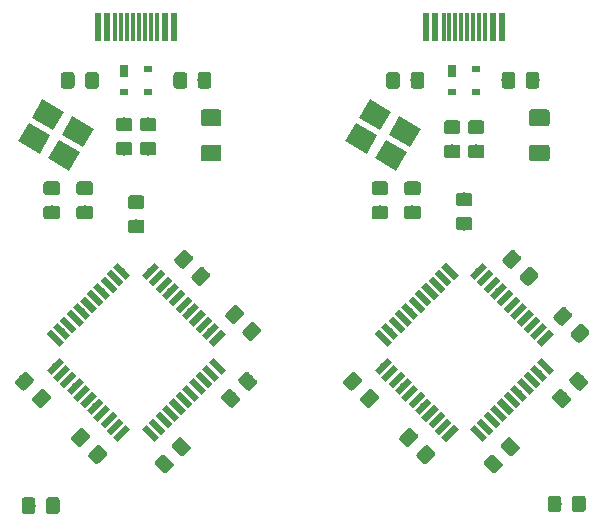
<source format=gbr>
G04 #@! TF.GenerationSoftware,KiCad,Pcbnew,(5.1.4)-1*
G04 #@! TF.CreationDate,2023-05-20T18:36:56-04:00*
G04 #@! TF.ProjectId,Corne Integrated Microchip,436f726e-6520-4496-9e74-656772617465,rev?*
G04 #@! TF.SameCoordinates,Original*
G04 #@! TF.FileFunction,Paste,Top*
G04 #@! TF.FilePolarity,Positive*
%FSLAX46Y46*%
G04 Gerber Fmt 4.6, Leading zero omitted, Abs format (unit mm)*
G04 Created by KiCad (PCBNEW (5.1.4)-1) date 2023-05-20 18:36:56*
%MOMM*%
%LPD*%
G04 APERTURE LIST*
%ADD10C,1.800000*%
%ADD11C,0.100000*%
%ADD12R,0.300000X2.450000*%
%ADD13R,0.600000X2.450000*%
%ADD14R,0.700000X1.000000*%
%ADD15R,0.700000X0.600000*%
%ADD16C,0.550000*%
%ADD17C,1.150000*%
%ADD18C,1.425000*%
G04 APERTURE END LIST*
D10*
X153574750Y-56879071D03*
D11*
G36*
X152215423Y-57133494D02*
G01*
X153115423Y-55574648D01*
X154934077Y-56624648D01*
X154034077Y-58183494D01*
X152215423Y-57133494D01*
X152215423Y-57133494D01*
G37*
D10*
X156086224Y-58329071D03*
D11*
G36*
X154726897Y-58583494D02*
G01*
X155626897Y-57024648D01*
X157445551Y-58074648D01*
X156545551Y-59633494D01*
X154726897Y-58583494D01*
X154726897Y-58583494D01*
G37*
D10*
X154936224Y-60320929D03*
D11*
G36*
X153576897Y-60575352D02*
G01*
X154476897Y-59016506D01*
X156295551Y-60066506D01*
X155395551Y-61625352D01*
X153576897Y-60575352D01*
X153576897Y-60575352D01*
G37*
D10*
X152424750Y-58870929D03*
D11*
G36*
X151065423Y-59125352D02*
G01*
X151965423Y-57566506D01*
X153784077Y-58616506D01*
X152884077Y-60175352D01*
X151065423Y-59125352D01*
X151065423Y-59125352D01*
G37*
D10*
X124731763Y-58870929D03*
D11*
G36*
X123372436Y-59125352D02*
G01*
X124272436Y-57566506D01*
X126091090Y-58616506D01*
X125191090Y-60175352D01*
X123372436Y-59125352D01*
X123372436Y-59125352D01*
G37*
D10*
X127243237Y-60320929D03*
D11*
G36*
X125883910Y-60575352D02*
G01*
X126783910Y-59016506D01*
X128602564Y-60066506D01*
X127702564Y-61625352D01*
X125883910Y-60575352D01*
X125883910Y-60575352D01*
G37*
D10*
X128393237Y-58329071D03*
D11*
G36*
X127033910Y-58583494D02*
G01*
X127933910Y-57024648D01*
X129752564Y-58074648D01*
X128852564Y-59633494D01*
X127033910Y-58583494D01*
X127033910Y-58583494D01*
G37*
D10*
X125881763Y-56879071D03*
D11*
G36*
X124522436Y-57133494D02*
G01*
X125422436Y-55574648D01*
X127241090Y-56624648D01*
X126341090Y-58183494D01*
X124522436Y-57133494D01*
X124522436Y-57133494D01*
G37*
D12*
X133600000Y-49470000D03*
X133100000Y-49470000D03*
X132600000Y-49470000D03*
X134100000Y-49470000D03*
X132100000Y-49470000D03*
X134600000Y-49470000D03*
X131600000Y-49470000D03*
X135100000Y-49470000D03*
D13*
X135800000Y-49470000D03*
X130900000Y-49470000D03*
X136575000Y-49470000D03*
X130125000Y-49470000D03*
D12*
X161381250Y-49470000D03*
X160881250Y-49470000D03*
X160381250Y-49470000D03*
X161881250Y-49470000D03*
X159881250Y-49470000D03*
X162381250Y-49470000D03*
X159381250Y-49470000D03*
X162881250Y-49470000D03*
D13*
X163581250Y-49470000D03*
X158681250Y-49470000D03*
X164356250Y-49470000D03*
X157906250Y-49470000D03*
D14*
X132350000Y-53225000D03*
D15*
X134350000Y-53025000D03*
X132350000Y-54925000D03*
X134350000Y-54925000D03*
D14*
X160131250Y-53225000D03*
D15*
X162131250Y-53025000D03*
X160131250Y-54925000D03*
X162131250Y-54925000D03*
D16*
X167990186Y-78195832D03*
D11*
G36*
X167265402Y-77859956D02*
G01*
X167654310Y-77471048D01*
X168714970Y-78531708D01*
X168326062Y-78920616D01*
X167265402Y-77859956D01*
X167265402Y-77859956D01*
G37*
D16*
X167424500Y-78761517D03*
D11*
G36*
X166699716Y-78425641D02*
G01*
X167088624Y-78036733D01*
X168149284Y-79097393D01*
X167760376Y-79486301D01*
X166699716Y-78425641D01*
X166699716Y-78425641D01*
G37*
D16*
X166858815Y-79327202D03*
D11*
G36*
X166134031Y-78991326D02*
G01*
X166522939Y-78602418D01*
X167583599Y-79663078D01*
X167194691Y-80051986D01*
X166134031Y-78991326D01*
X166134031Y-78991326D01*
G37*
D16*
X166293130Y-79892888D03*
D11*
G36*
X165568346Y-79557012D02*
G01*
X165957254Y-79168104D01*
X167017914Y-80228764D01*
X166629006Y-80617672D01*
X165568346Y-79557012D01*
X165568346Y-79557012D01*
G37*
D16*
X165727444Y-80458573D03*
D11*
G36*
X165002660Y-80122697D02*
G01*
X165391568Y-79733789D01*
X166452228Y-80794449D01*
X166063320Y-81183357D01*
X165002660Y-80122697D01*
X165002660Y-80122697D01*
G37*
D16*
X165161759Y-81024259D03*
D11*
G36*
X164436975Y-80688383D02*
G01*
X164825883Y-80299475D01*
X165886543Y-81360135D01*
X165497635Y-81749043D01*
X164436975Y-80688383D01*
X164436975Y-80688383D01*
G37*
D16*
X164596073Y-81589944D03*
D11*
G36*
X163871289Y-81254068D02*
G01*
X164260197Y-80865160D01*
X165320857Y-81925820D01*
X164931949Y-82314728D01*
X163871289Y-81254068D01*
X163871289Y-81254068D01*
G37*
D16*
X164030388Y-82155630D03*
D11*
G36*
X163305604Y-81819754D02*
G01*
X163694512Y-81430846D01*
X164755172Y-82491506D01*
X164366264Y-82880414D01*
X163305604Y-81819754D01*
X163305604Y-81819754D01*
G37*
D16*
X163464702Y-82721315D03*
D11*
G36*
X162739918Y-82385439D02*
G01*
X163128826Y-81996531D01*
X164189486Y-83057191D01*
X163800578Y-83446099D01*
X162739918Y-82385439D01*
X162739918Y-82385439D01*
G37*
D16*
X162899017Y-83287000D03*
D11*
G36*
X162174233Y-82951124D02*
G01*
X162563141Y-82562216D01*
X163623801Y-83622876D01*
X163234893Y-84011784D01*
X162174233Y-82951124D01*
X162174233Y-82951124D01*
G37*
D16*
X162333332Y-83852686D03*
D11*
G36*
X161608548Y-83516810D02*
G01*
X161997456Y-83127902D01*
X163058116Y-84188562D01*
X162669208Y-84577470D01*
X161608548Y-83516810D01*
X161608548Y-83516810D01*
G37*
D16*
X159929168Y-83852686D03*
D11*
G36*
X160265044Y-83127902D02*
G01*
X160653952Y-83516810D01*
X159593292Y-84577470D01*
X159204384Y-84188562D01*
X160265044Y-83127902D01*
X160265044Y-83127902D01*
G37*
D16*
X159363483Y-83287000D03*
D11*
G36*
X159699359Y-82562216D02*
G01*
X160088267Y-82951124D01*
X159027607Y-84011784D01*
X158638699Y-83622876D01*
X159699359Y-82562216D01*
X159699359Y-82562216D01*
G37*
D16*
X158797798Y-82721315D03*
D11*
G36*
X159133674Y-81996531D02*
G01*
X159522582Y-82385439D01*
X158461922Y-83446099D01*
X158073014Y-83057191D01*
X159133674Y-81996531D01*
X159133674Y-81996531D01*
G37*
D16*
X158232112Y-82155630D03*
D11*
G36*
X158567988Y-81430846D02*
G01*
X158956896Y-81819754D01*
X157896236Y-82880414D01*
X157507328Y-82491506D01*
X158567988Y-81430846D01*
X158567988Y-81430846D01*
G37*
D16*
X157666427Y-81589944D03*
D11*
G36*
X158002303Y-80865160D02*
G01*
X158391211Y-81254068D01*
X157330551Y-82314728D01*
X156941643Y-81925820D01*
X158002303Y-80865160D01*
X158002303Y-80865160D01*
G37*
D16*
X157100741Y-81024259D03*
D11*
G36*
X157436617Y-80299475D02*
G01*
X157825525Y-80688383D01*
X156764865Y-81749043D01*
X156375957Y-81360135D01*
X157436617Y-80299475D01*
X157436617Y-80299475D01*
G37*
D16*
X156535056Y-80458573D03*
D11*
G36*
X156870932Y-79733789D02*
G01*
X157259840Y-80122697D01*
X156199180Y-81183357D01*
X155810272Y-80794449D01*
X156870932Y-79733789D01*
X156870932Y-79733789D01*
G37*
D16*
X155969370Y-79892888D03*
D11*
G36*
X156305246Y-79168104D02*
G01*
X156694154Y-79557012D01*
X155633494Y-80617672D01*
X155244586Y-80228764D01*
X156305246Y-79168104D01*
X156305246Y-79168104D01*
G37*
D16*
X155403685Y-79327202D03*
D11*
G36*
X155739561Y-78602418D02*
G01*
X156128469Y-78991326D01*
X155067809Y-80051986D01*
X154678901Y-79663078D01*
X155739561Y-78602418D01*
X155739561Y-78602418D01*
G37*
D16*
X154838000Y-78761517D03*
D11*
G36*
X155173876Y-78036733D02*
G01*
X155562784Y-78425641D01*
X154502124Y-79486301D01*
X154113216Y-79097393D01*
X155173876Y-78036733D01*
X155173876Y-78036733D01*
G37*
D16*
X154272314Y-78195832D03*
D11*
G36*
X154608190Y-77471048D02*
G01*
X154997098Y-77859956D01*
X153936438Y-78920616D01*
X153547530Y-78531708D01*
X154608190Y-77471048D01*
X154608190Y-77471048D01*
G37*
D16*
X154272314Y-75791668D03*
D11*
G36*
X153547530Y-75455792D02*
G01*
X153936438Y-75066884D01*
X154997098Y-76127544D01*
X154608190Y-76516452D01*
X153547530Y-75455792D01*
X153547530Y-75455792D01*
G37*
D16*
X154838000Y-75225983D03*
D11*
G36*
X154113216Y-74890107D02*
G01*
X154502124Y-74501199D01*
X155562784Y-75561859D01*
X155173876Y-75950767D01*
X154113216Y-74890107D01*
X154113216Y-74890107D01*
G37*
D16*
X155403685Y-74660298D03*
D11*
G36*
X154678901Y-74324422D02*
G01*
X155067809Y-73935514D01*
X156128469Y-74996174D01*
X155739561Y-75385082D01*
X154678901Y-74324422D01*
X154678901Y-74324422D01*
G37*
D16*
X155969370Y-74094612D03*
D11*
G36*
X155244586Y-73758736D02*
G01*
X155633494Y-73369828D01*
X156694154Y-74430488D01*
X156305246Y-74819396D01*
X155244586Y-73758736D01*
X155244586Y-73758736D01*
G37*
D16*
X156535056Y-73528927D03*
D11*
G36*
X155810272Y-73193051D02*
G01*
X156199180Y-72804143D01*
X157259840Y-73864803D01*
X156870932Y-74253711D01*
X155810272Y-73193051D01*
X155810272Y-73193051D01*
G37*
D16*
X157100741Y-72963241D03*
D11*
G36*
X156375957Y-72627365D02*
G01*
X156764865Y-72238457D01*
X157825525Y-73299117D01*
X157436617Y-73688025D01*
X156375957Y-72627365D01*
X156375957Y-72627365D01*
G37*
D16*
X157666427Y-72397556D03*
D11*
G36*
X156941643Y-72061680D02*
G01*
X157330551Y-71672772D01*
X158391211Y-72733432D01*
X158002303Y-73122340D01*
X156941643Y-72061680D01*
X156941643Y-72061680D01*
G37*
D16*
X158232112Y-71831870D03*
D11*
G36*
X157507328Y-71495994D02*
G01*
X157896236Y-71107086D01*
X158956896Y-72167746D01*
X158567988Y-72556654D01*
X157507328Y-71495994D01*
X157507328Y-71495994D01*
G37*
D16*
X158797798Y-71266185D03*
D11*
G36*
X158073014Y-70930309D02*
G01*
X158461922Y-70541401D01*
X159522582Y-71602061D01*
X159133674Y-71990969D01*
X158073014Y-70930309D01*
X158073014Y-70930309D01*
G37*
D16*
X159363483Y-70700500D03*
D11*
G36*
X158638699Y-70364624D02*
G01*
X159027607Y-69975716D01*
X160088267Y-71036376D01*
X159699359Y-71425284D01*
X158638699Y-70364624D01*
X158638699Y-70364624D01*
G37*
D16*
X159929168Y-70134814D03*
D11*
G36*
X159204384Y-69798938D02*
G01*
X159593292Y-69410030D01*
X160653952Y-70470690D01*
X160265044Y-70859598D01*
X159204384Y-69798938D01*
X159204384Y-69798938D01*
G37*
D16*
X162333332Y-70134814D03*
D11*
G36*
X162669208Y-69410030D02*
G01*
X163058116Y-69798938D01*
X161997456Y-70859598D01*
X161608548Y-70470690D01*
X162669208Y-69410030D01*
X162669208Y-69410030D01*
G37*
D16*
X162899017Y-70700500D03*
D11*
G36*
X163234893Y-69975716D02*
G01*
X163623801Y-70364624D01*
X162563141Y-71425284D01*
X162174233Y-71036376D01*
X163234893Y-69975716D01*
X163234893Y-69975716D01*
G37*
D16*
X163464702Y-71266185D03*
D11*
G36*
X163800578Y-70541401D02*
G01*
X164189486Y-70930309D01*
X163128826Y-71990969D01*
X162739918Y-71602061D01*
X163800578Y-70541401D01*
X163800578Y-70541401D01*
G37*
D16*
X164030388Y-71831870D03*
D11*
G36*
X164366264Y-71107086D02*
G01*
X164755172Y-71495994D01*
X163694512Y-72556654D01*
X163305604Y-72167746D01*
X164366264Y-71107086D01*
X164366264Y-71107086D01*
G37*
D16*
X164596073Y-72397556D03*
D11*
G36*
X164931949Y-71672772D02*
G01*
X165320857Y-72061680D01*
X164260197Y-73122340D01*
X163871289Y-72733432D01*
X164931949Y-71672772D01*
X164931949Y-71672772D01*
G37*
D16*
X165161759Y-72963241D03*
D11*
G36*
X165497635Y-72238457D02*
G01*
X165886543Y-72627365D01*
X164825883Y-73688025D01*
X164436975Y-73299117D01*
X165497635Y-72238457D01*
X165497635Y-72238457D01*
G37*
D16*
X165727444Y-73528927D03*
D11*
G36*
X166063320Y-72804143D02*
G01*
X166452228Y-73193051D01*
X165391568Y-74253711D01*
X165002660Y-73864803D01*
X166063320Y-72804143D01*
X166063320Y-72804143D01*
G37*
D16*
X166293130Y-74094612D03*
D11*
G36*
X166629006Y-73369828D02*
G01*
X167017914Y-73758736D01*
X165957254Y-74819396D01*
X165568346Y-74430488D01*
X166629006Y-73369828D01*
X166629006Y-73369828D01*
G37*
D16*
X166858815Y-74660298D03*
D11*
G36*
X167194691Y-73935514D02*
G01*
X167583599Y-74324422D01*
X166522939Y-75385082D01*
X166134031Y-74996174D01*
X167194691Y-73935514D01*
X167194691Y-73935514D01*
G37*
D16*
X167424500Y-75225983D03*
D11*
G36*
X167760376Y-74501199D02*
G01*
X168149284Y-74890107D01*
X167088624Y-75950767D01*
X166699716Y-75561859D01*
X167760376Y-74501199D01*
X167760376Y-74501199D01*
G37*
D16*
X167990186Y-75791668D03*
D11*
G36*
X168326062Y-75066884D02*
G01*
X168714970Y-75455792D01*
X167654310Y-76516452D01*
X167265402Y-76127544D01*
X168326062Y-75066884D01*
X168326062Y-75066884D01*
G37*
D16*
X140208936Y-75791668D03*
D11*
G36*
X140544812Y-75066884D02*
G01*
X140933720Y-75455792D01*
X139873060Y-76516452D01*
X139484152Y-76127544D01*
X140544812Y-75066884D01*
X140544812Y-75066884D01*
G37*
D16*
X139643250Y-75225983D03*
D11*
G36*
X139979126Y-74501199D02*
G01*
X140368034Y-74890107D01*
X139307374Y-75950767D01*
X138918466Y-75561859D01*
X139979126Y-74501199D01*
X139979126Y-74501199D01*
G37*
D16*
X139077565Y-74660298D03*
D11*
G36*
X139413441Y-73935514D02*
G01*
X139802349Y-74324422D01*
X138741689Y-75385082D01*
X138352781Y-74996174D01*
X139413441Y-73935514D01*
X139413441Y-73935514D01*
G37*
D16*
X138511880Y-74094612D03*
D11*
G36*
X138847756Y-73369828D02*
G01*
X139236664Y-73758736D01*
X138176004Y-74819396D01*
X137787096Y-74430488D01*
X138847756Y-73369828D01*
X138847756Y-73369828D01*
G37*
D16*
X137946194Y-73528927D03*
D11*
G36*
X138282070Y-72804143D02*
G01*
X138670978Y-73193051D01*
X137610318Y-74253711D01*
X137221410Y-73864803D01*
X138282070Y-72804143D01*
X138282070Y-72804143D01*
G37*
D16*
X137380509Y-72963241D03*
D11*
G36*
X137716385Y-72238457D02*
G01*
X138105293Y-72627365D01*
X137044633Y-73688025D01*
X136655725Y-73299117D01*
X137716385Y-72238457D01*
X137716385Y-72238457D01*
G37*
D16*
X136814823Y-72397556D03*
D11*
G36*
X137150699Y-71672772D02*
G01*
X137539607Y-72061680D01*
X136478947Y-73122340D01*
X136090039Y-72733432D01*
X137150699Y-71672772D01*
X137150699Y-71672772D01*
G37*
D16*
X136249138Y-71831870D03*
D11*
G36*
X136585014Y-71107086D02*
G01*
X136973922Y-71495994D01*
X135913262Y-72556654D01*
X135524354Y-72167746D01*
X136585014Y-71107086D01*
X136585014Y-71107086D01*
G37*
D16*
X135683452Y-71266185D03*
D11*
G36*
X136019328Y-70541401D02*
G01*
X136408236Y-70930309D01*
X135347576Y-71990969D01*
X134958668Y-71602061D01*
X136019328Y-70541401D01*
X136019328Y-70541401D01*
G37*
D16*
X135117767Y-70700500D03*
D11*
G36*
X135453643Y-69975716D02*
G01*
X135842551Y-70364624D01*
X134781891Y-71425284D01*
X134392983Y-71036376D01*
X135453643Y-69975716D01*
X135453643Y-69975716D01*
G37*
D16*
X134552082Y-70134814D03*
D11*
G36*
X134887958Y-69410030D02*
G01*
X135276866Y-69798938D01*
X134216206Y-70859598D01*
X133827298Y-70470690D01*
X134887958Y-69410030D01*
X134887958Y-69410030D01*
G37*
D16*
X132147918Y-70134814D03*
D11*
G36*
X131423134Y-69798938D02*
G01*
X131812042Y-69410030D01*
X132872702Y-70470690D01*
X132483794Y-70859598D01*
X131423134Y-69798938D01*
X131423134Y-69798938D01*
G37*
D16*
X131582233Y-70700500D03*
D11*
G36*
X130857449Y-70364624D02*
G01*
X131246357Y-69975716D01*
X132307017Y-71036376D01*
X131918109Y-71425284D01*
X130857449Y-70364624D01*
X130857449Y-70364624D01*
G37*
D16*
X131016548Y-71266185D03*
D11*
G36*
X130291764Y-70930309D02*
G01*
X130680672Y-70541401D01*
X131741332Y-71602061D01*
X131352424Y-71990969D01*
X130291764Y-70930309D01*
X130291764Y-70930309D01*
G37*
D16*
X130450862Y-71831870D03*
D11*
G36*
X129726078Y-71495994D02*
G01*
X130114986Y-71107086D01*
X131175646Y-72167746D01*
X130786738Y-72556654D01*
X129726078Y-71495994D01*
X129726078Y-71495994D01*
G37*
D16*
X129885177Y-72397556D03*
D11*
G36*
X129160393Y-72061680D02*
G01*
X129549301Y-71672772D01*
X130609961Y-72733432D01*
X130221053Y-73122340D01*
X129160393Y-72061680D01*
X129160393Y-72061680D01*
G37*
D16*
X129319491Y-72963241D03*
D11*
G36*
X128594707Y-72627365D02*
G01*
X128983615Y-72238457D01*
X130044275Y-73299117D01*
X129655367Y-73688025D01*
X128594707Y-72627365D01*
X128594707Y-72627365D01*
G37*
D16*
X128753806Y-73528927D03*
D11*
G36*
X128029022Y-73193051D02*
G01*
X128417930Y-72804143D01*
X129478590Y-73864803D01*
X129089682Y-74253711D01*
X128029022Y-73193051D01*
X128029022Y-73193051D01*
G37*
D16*
X128188120Y-74094612D03*
D11*
G36*
X127463336Y-73758736D02*
G01*
X127852244Y-73369828D01*
X128912904Y-74430488D01*
X128523996Y-74819396D01*
X127463336Y-73758736D01*
X127463336Y-73758736D01*
G37*
D16*
X127622435Y-74660298D03*
D11*
G36*
X126897651Y-74324422D02*
G01*
X127286559Y-73935514D01*
X128347219Y-74996174D01*
X127958311Y-75385082D01*
X126897651Y-74324422D01*
X126897651Y-74324422D01*
G37*
D16*
X127056750Y-75225983D03*
D11*
G36*
X126331966Y-74890107D02*
G01*
X126720874Y-74501199D01*
X127781534Y-75561859D01*
X127392626Y-75950767D01*
X126331966Y-74890107D01*
X126331966Y-74890107D01*
G37*
D16*
X126491064Y-75791668D03*
D11*
G36*
X125766280Y-75455792D02*
G01*
X126155188Y-75066884D01*
X127215848Y-76127544D01*
X126826940Y-76516452D01*
X125766280Y-75455792D01*
X125766280Y-75455792D01*
G37*
D16*
X126491064Y-78195832D03*
D11*
G36*
X126826940Y-77471048D02*
G01*
X127215848Y-77859956D01*
X126155188Y-78920616D01*
X125766280Y-78531708D01*
X126826940Y-77471048D01*
X126826940Y-77471048D01*
G37*
D16*
X127056750Y-78761517D03*
D11*
G36*
X127392626Y-78036733D02*
G01*
X127781534Y-78425641D01*
X126720874Y-79486301D01*
X126331966Y-79097393D01*
X127392626Y-78036733D01*
X127392626Y-78036733D01*
G37*
D16*
X127622435Y-79327202D03*
D11*
G36*
X127958311Y-78602418D02*
G01*
X128347219Y-78991326D01*
X127286559Y-80051986D01*
X126897651Y-79663078D01*
X127958311Y-78602418D01*
X127958311Y-78602418D01*
G37*
D16*
X128188120Y-79892888D03*
D11*
G36*
X128523996Y-79168104D02*
G01*
X128912904Y-79557012D01*
X127852244Y-80617672D01*
X127463336Y-80228764D01*
X128523996Y-79168104D01*
X128523996Y-79168104D01*
G37*
D16*
X128753806Y-80458573D03*
D11*
G36*
X129089682Y-79733789D02*
G01*
X129478590Y-80122697D01*
X128417930Y-81183357D01*
X128029022Y-80794449D01*
X129089682Y-79733789D01*
X129089682Y-79733789D01*
G37*
D16*
X129319491Y-81024259D03*
D11*
G36*
X129655367Y-80299475D02*
G01*
X130044275Y-80688383D01*
X128983615Y-81749043D01*
X128594707Y-81360135D01*
X129655367Y-80299475D01*
X129655367Y-80299475D01*
G37*
D16*
X129885177Y-81589944D03*
D11*
G36*
X130221053Y-80865160D02*
G01*
X130609961Y-81254068D01*
X129549301Y-82314728D01*
X129160393Y-81925820D01*
X130221053Y-80865160D01*
X130221053Y-80865160D01*
G37*
D16*
X130450862Y-82155630D03*
D11*
G36*
X130786738Y-81430846D02*
G01*
X131175646Y-81819754D01*
X130114986Y-82880414D01*
X129726078Y-82491506D01*
X130786738Y-81430846D01*
X130786738Y-81430846D01*
G37*
D16*
X131016548Y-82721315D03*
D11*
G36*
X131352424Y-81996531D02*
G01*
X131741332Y-82385439D01*
X130680672Y-83446099D01*
X130291764Y-83057191D01*
X131352424Y-81996531D01*
X131352424Y-81996531D01*
G37*
D16*
X131582233Y-83287000D03*
D11*
G36*
X131918109Y-82562216D02*
G01*
X132307017Y-82951124D01*
X131246357Y-84011784D01*
X130857449Y-83622876D01*
X131918109Y-82562216D01*
X131918109Y-82562216D01*
G37*
D16*
X132147918Y-83852686D03*
D11*
G36*
X132483794Y-83127902D02*
G01*
X132872702Y-83516810D01*
X131812042Y-84577470D01*
X131423134Y-84188562D01*
X132483794Y-83127902D01*
X132483794Y-83127902D01*
G37*
D16*
X134552082Y-83852686D03*
D11*
G36*
X133827298Y-83516810D02*
G01*
X134216206Y-83127902D01*
X135276866Y-84188562D01*
X134887958Y-84577470D01*
X133827298Y-83516810D01*
X133827298Y-83516810D01*
G37*
D16*
X135117767Y-83287000D03*
D11*
G36*
X134392983Y-82951124D02*
G01*
X134781891Y-82562216D01*
X135842551Y-83622876D01*
X135453643Y-84011784D01*
X134392983Y-82951124D01*
X134392983Y-82951124D01*
G37*
D16*
X135683452Y-82721315D03*
D11*
G36*
X134958668Y-82385439D02*
G01*
X135347576Y-81996531D01*
X136408236Y-83057191D01*
X136019328Y-83446099D01*
X134958668Y-82385439D01*
X134958668Y-82385439D01*
G37*
D16*
X136249138Y-82155630D03*
D11*
G36*
X135524354Y-81819754D02*
G01*
X135913262Y-81430846D01*
X136973922Y-82491506D01*
X136585014Y-82880414D01*
X135524354Y-81819754D01*
X135524354Y-81819754D01*
G37*
D16*
X136814823Y-81589944D03*
D11*
G36*
X136090039Y-81254068D02*
G01*
X136478947Y-80865160D01*
X137539607Y-81925820D01*
X137150699Y-82314728D01*
X136090039Y-81254068D01*
X136090039Y-81254068D01*
G37*
D16*
X137380509Y-81024259D03*
D11*
G36*
X136655725Y-80688383D02*
G01*
X137044633Y-80299475D01*
X138105293Y-81360135D01*
X137716385Y-81749043D01*
X136655725Y-80688383D01*
X136655725Y-80688383D01*
G37*
D16*
X137946194Y-80458573D03*
D11*
G36*
X137221410Y-80122697D02*
G01*
X137610318Y-79733789D01*
X138670978Y-80794449D01*
X138282070Y-81183357D01*
X137221410Y-80122697D01*
X137221410Y-80122697D01*
G37*
D16*
X138511880Y-79892888D03*
D11*
G36*
X137787096Y-79557012D02*
G01*
X138176004Y-79168104D01*
X139236664Y-80228764D01*
X138847756Y-80617672D01*
X137787096Y-79557012D01*
X137787096Y-79557012D01*
G37*
D16*
X139077565Y-79327202D03*
D11*
G36*
X138352781Y-78991326D02*
G01*
X138741689Y-78602418D01*
X139802349Y-79663078D01*
X139413441Y-80051986D01*
X138352781Y-78991326D01*
X138352781Y-78991326D01*
G37*
D16*
X139643250Y-78761517D03*
D11*
G36*
X138918466Y-78425641D02*
G01*
X139307374Y-78036733D01*
X140368034Y-79097393D01*
X139979126Y-79486301D01*
X138918466Y-78425641D01*
X138918466Y-78425641D01*
G37*
D16*
X140208936Y-78195832D03*
D11*
G36*
X139484152Y-77859956D02*
G01*
X139873060Y-77471048D01*
X140933720Y-78531708D01*
X140544812Y-78920616D01*
X139484152Y-77859956D01*
X139484152Y-77859956D01*
G37*
G36*
X137437005Y-53276204D02*
G01*
X137461273Y-53279804D01*
X137485072Y-53285765D01*
X137508171Y-53294030D01*
X137530350Y-53304520D01*
X137551393Y-53317132D01*
X137571099Y-53331747D01*
X137589277Y-53348223D01*
X137605753Y-53366401D01*
X137620368Y-53386107D01*
X137632980Y-53407150D01*
X137643470Y-53429329D01*
X137651735Y-53452428D01*
X137657696Y-53476227D01*
X137661296Y-53500495D01*
X137662500Y-53524999D01*
X137662500Y-54425001D01*
X137661296Y-54449505D01*
X137657696Y-54473773D01*
X137651735Y-54497572D01*
X137643470Y-54520671D01*
X137632980Y-54542850D01*
X137620368Y-54563893D01*
X137605753Y-54583599D01*
X137589277Y-54601777D01*
X137571099Y-54618253D01*
X137551393Y-54632868D01*
X137530350Y-54645480D01*
X137508171Y-54655970D01*
X137485072Y-54664235D01*
X137461273Y-54670196D01*
X137437005Y-54673796D01*
X137412501Y-54675000D01*
X136762499Y-54675000D01*
X136737995Y-54673796D01*
X136713727Y-54670196D01*
X136689928Y-54664235D01*
X136666829Y-54655970D01*
X136644650Y-54645480D01*
X136623607Y-54632868D01*
X136603901Y-54618253D01*
X136585723Y-54601777D01*
X136569247Y-54583599D01*
X136554632Y-54563893D01*
X136542020Y-54542850D01*
X136531530Y-54520671D01*
X136523265Y-54497572D01*
X136517304Y-54473773D01*
X136513704Y-54449505D01*
X136512500Y-54425001D01*
X136512500Y-53524999D01*
X136513704Y-53500495D01*
X136517304Y-53476227D01*
X136523265Y-53452428D01*
X136531530Y-53429329D01*
X136542020Y-53407150D01*
X136554632Y-53386107D01*
X136569247Y-53366401D01*
X136585723Y-53348223D01*
X136603901Y-53331747D01*
X136623607Y-53317132D01*
X136644650Y-53304520D01*
X136666829Y-53294030D01*
X136689928Y-53285765D01*
X136713727Y-53279804D01*
X136737995Y-53276204D01*
X136762499Y-53275000D01*
X137412501Y-53275000D01*
X137437005Y-53276204D01*
X137437005Y-53276204D01*
G37*
D17*
X137087500Y-53975000D03*
D11*
G36*
X139487005Y-53276204D02*
G01*
X139511273Y-53279804D01*
X139535072Y-53285765D01*
X139558171Y-53294030D01*
X139580350Y-53304520D01*
X139601393Y-53317132D01*
X139621099Y-53331747D01*
X139639277Y-53348223D01*
X139655753Y-53366401D01*
X139670368Y-53386107D01*
X139682980Y-53407150D01*
X139693470Y-53429329D01*
X139701735Y-53452428D01*
X139707696Y-53476227D01*
X139711296Y-53500495D01*
X139712500Y-53524999D01*
X139712500Y-54425001D01*
X139711296Y-54449505D01*
X139707696Y-54473773D01*
X139701735Y-54497572D01*
X139693470Y-54520671D01*
X139682980Y-54542850D01*
X139670368Y-54563893D01*
X139655753Y-54583599D01*
X139639277Y-54601777D01*
X139621099Y-54618253D01*
X139601393Y-54632868D01*
X139580350Y-54645480D01*
X139558171Y-54655970D01*
X139535072Y-54664235D01*
X139511273Y-54670196D01*
X139487005Y-54673796D01*
X139462501Y-54675000D01*
X138812499Y-54675000D01*
X138787995Y-54673796D01*
X138763727Y-54670196D01*
X138739928Y-54664235D01*
X138716829Y-54655970D01*
X138694650Y-54645480D01*
X138673607Y-54632868D01*
X138653901Y-54618253D01*
X138635723Y-54601777D01*
X138619247Y-54583599D01*
X138604632Y-54563893D01*
X138592020Y-54542850D01*
X138581530Y-54520671D01*
X138573265Y-54497572D01*
X138567304Y-54473773D01*
X138563704Y-54449505D01*
X138562500Y-54425001D01*
X138562500Y-53524999D01*
X138563704Y-53500495D01*
X138567304Y-53476227D01*
X138573265Y-53452428D01*
X138581530Y-53429329D01*
X138592020Y-53407150D01*
X138604632Y-53386107D01*
X138619247Y-53366401D01*
X138635723Y-53348223D01*
X138653901Y-53331747D01*
X138673607Y-53317132D01*
X138694650Y-53304520D01*
X138716829Y-53294030D01*
X138739928Y-53285765D01*
X138763727Y-53279804D01*
X138787995Y-53276204D01*
X138812499Y-53275000D01*
X139462501Y-53275000D01*
X139487005Y-53276204D01*
X139487005Y-53276204D01*
G37*
D17*
X139137500Y-53975000D03*
D11*
G36*
X129962005Y-53276204D02*
G01*
X129986273Y-53279804D01*
X130010072Y-53285765D01*
X130033171Y-53294030D01*
X130055350Y-53304520D01*
X130076393Y-53317132D01*
X130096099Y-53331747D01*
X130114277Y-53348223D01*
X130130753Y-53366401D01*
X130145368Y-53386107D01*
X130157980Y-53407150D01*
X130168470Y-53429329D01*
X130176735Y-53452428D01*
X130182696Y-53476227D01*
X130186296Y-53500495D01*
X130187500Y-53524999D01*
X130187500Y-54425001D01*
X130186296Y-54449505D01*
X130182696Y-54473773D01*
X130176735Y-54497572D01*
X130168470Y-54520671D01*
X130157980Y-54542850D01*
X130145368Y-54563893D01*
X130130753Y-54583599D01*
X130114277Y-54601777D01*
X130096099Y-54618253D01*
X130076393Y-54632868D01*
X130055350Y-54645480D01*
X130033171Y-54655970D01*
X130010072Y-54664235D01*
X129986273Y-54670196D01*
X129962005Y-54673796D01*
X129937501Y-54675000D01*
X129287499Y-54675000D01*
X129262995Y-54673796D01*
X129238727Y-54670196D01*
X129214928Y-54664235D01*
X129191829Y-54655970D01*
X129169650Y-54645480D01*
X129148607Y-54632868D01*
X129128901Y-54618253D01*
X129110723Y-54601777D01*
X129094247Y-54583599D01*
X129079632Y-54563893D01*
X129067020Y-54542850D01*
X129056530Y-54520671D01*
X129048265Y-54497572D01*
X129042304Y-54473773D01*
X129038704Y-54449505D01*
X129037500Y-54425001D01*
X129037500Y-53524999D01*
X129038704Y-53500495D01*
X129042304Y-53476227D01*
X129048265Y-53452428D01*
X129056530Y-53429329D01*
X129067020Y-53407150D01*
X129079632Y-53386107D01*
X129094247Y-53366401D01*
X129110723Y-53348223D01*
X129128901Y-53331747D01*
X129148607Y-53317132D01*
X129169650Y-53304520D01*
X129191829Y-53294030D01*
X129214928Y-53285765D01*
X129238727Y-53279804D01*
X129262995Y-53276204D01*
X129287499Y-53275000D01*
X129937501Y-53275000D01*
X129962005Y-53276204D01*
X129962005Y-53276204D01*
G37*
D17*
X129612500Y-53975000D03*
D11*
G36*
X127912005Y-53276204D02*
G01*
X127936273Y-53279804D01*
X127960072Y-53285765D01*
X127983171Y-53294030D01*
X128005350Y-53304520D01*
X128026393Y-53317132D01*
X128046099Y-53331747D01*
X128064277Y-53348223D01*
X128080753Y-53366401D01*
X128095368Y-53386107D01*
X128107980Y-53407150D01*
X128118470Y-53429329D01*
X128126735Y-53452428D01*
X128132696Y-53476227D01*
X128136296Y-53500495D01*
X128137500Y-53524999D01*
X128137500Y-54425001D01*
X128136296Y-54449505D01*
X128132696Y-54473773D01*
X128126735Y-54497572D01*
X128118470Y-54520671D01*
X128107980Y-54542850D01*
X128095368Y-54563893D01*
X128080753Y-54583599D01*
X128064277Y-54601777D01*
X128046099Y-54618253D01*
X128026393Y-54632868D01*
X128005350Y-54645480D01*
X127983171Y-54655970D01*
X127960072Y-54664235D01*
X127936273Y-54670196D01*
X127912005Y-54673796D01*
X127887501Y-54675000D01*
X127237499Y-54675000D01*
X127212995Y-54673796D01*
X127188727Y-54670196D01*
X127164928Y-54664235D01*
X127141829Y-54655970D01*
X127119650Y-54645480D01*
X127098607Y-54632868D01*
X127078901Y-54618253D01*
X127060723Y-54601777D01*
X127044247Y-54583599D01*
X127029632Y-54563893D01*
X127017020Y-54542850D01*
X127006530Y-54520671D01*
X126998265Y-54497572D01*
X126992304Y-54473773D01*
X126988704Y-54449505D01*
X126987500Y-54425001D01*
X126987500Y-53524999D01*
X126988704Y-53500495D01*
X126992304Y-53476227D01*
X126998265Y-53452428D01*
X127006530Y-53429329D01*
X127017020Y-53407150D01*
X127029632Y-53386107D01*
X127044247Y-53366401D01*
X127060723Y-53348223D01*
X127078901Y-53331747D01*
X127098607Y-53317132D01*
X127119650Y-53304520D01*
X127141829Y-53294030D01*
X127164928Y-53285765D01*
X127188727Y-53279804D01*
X127212995Y-53276204D01*
X127237499Y-53275000D01*
X127887501Y-53275000D01*
X127912005Y-53276204D01*
X127912005Y-53276204D01*
G37*
D17*
X127562500Y-53975000D03*
D11*
G36*
X132808505Y-57138704D02*
G01*
X132832773Y-57142304D01*
X132856572Y-57148265D01*
X132879671Y-57156530D01*
X132901850Y-57167020D01*
X132922893Y-57179632D01*
X132942599Y-57194247D01*
X132960777Y-57210723D01*
X132977253Y-57228901D01*
X132991868Y-57248607D01*
X133004480Y-57269650D01*
X133014970Y-57291829D01*
X133023235Y-57314928D01*
X133029196Y-57338727D01*
X133032796Y-57362995D01*
X133034000Y-57387499D01*
X133034000Y-58037501D01*
X133032796Y-58062005D01*
X133029196Y-58086273D01*
X133023235Y-58110072D01*
X133014970Y-58133171D01*
X133004480Y-58155350D01*
X132991868Y-58176393D01*
X132977253Y-58196099D01*
X132960777Y-58214277D01*
X132942599Y-58230753D01*
X132922893Y-58245368D01*
X132901850Y-58257980D01*
X132879671Y-58268470D01*
X132856572Y-58276735D01*
X132832773Y-58282696D01*
X132808505Y-58286296D01*
X132784001Y-58287500D01*
X131883999Y-58287500D01*
X131859495Y-58286296D01*
X131835227Y-58282696D01*
X131811428Y-58276735D01*
X131788329Y-58268470D01*
X131766150Y-58257980D01*
X131745107Y-58245368D01*
X131725401Y-58230753D01*
X131707223Y-58214277D01*
X131690747Y-58196099D01*
X131676132Y-58176393D01*
X131663520Y-58155350D01*
X131653030Y-58133171D01*
X131644765Y-58110072D01*
X131638804Y-58086273D01*
X131635204Y-58062005D01*
X131634000Y-58037501D01*
X131634000Y-57387499D01*
X131635204Y-57362995D01*
X131638804Y-57338727D01*
X131644765Y-57314928D01*
X131653030Y-57291829D01*
X131663520Y-57269650D01*
X131676132Y-57248607D01*
X131690747Y-57228901D01*
X131707223Y-57210723D01*
X131725401Y-57194247D01*
X131745107Y-57179632D01*
X131766150Y-57167020D01*
X131788329Y-57156530D01*
X131811428Y-57148265D01*
X131835227Y-57142304D01*
X131859495Y-57138704D01*
X131883999Y-57137500D01*
X132784001Y-57137500D01*
X132808505Y-57138704D01*
X132808505Y-57138704D01*
G37*
D17*
X132334000Y-57712500D03*
D11*
G36*
X132808505Y-59188704D02*
G01*
X132832773Y-59192304D01*
X132856572Y-59198265D01*
X132879671Y-59206530D01*
X132901850Y-59217020D01*
X132922893Y-59229632D01*
X132942599Y-59244247D01*
X132960777Y-59260723D01*
X132977253Y-59278901D01*
X132991868Y-59298607D01*
X133004480Y-59319650D01*
X133014970Y-59341829D01*
X133023235Y-59364928D01*
X133029196Y-59388727D01*
X133032796Y-59412995D01*
X133034000Y-59437499D01*
X133034000Y-60087501D01*
X133032796Y-60112005D01*
X133029196Y-60136273D01*
X133023235Y-60160072D01*
X133014970Y-60183171D01*
X133004480Y-60205350D01*
X132991868Y-60226393D01*
X132977253Y-60246099D01*
X132960777Y-60264277D01*
X132942599Y-60280753D01*
X132922893Y-60295368D01*
X132901850Y-60307980D01*
X132879671Y-60318470D01*
X132856572Y-60326735D01*
X132832773Y-60332696D01*
X132808505Y-60336296D01*
X132784001Y-60337500D01*
X131883999Y-60337500D01*
X131859495Y-60336296D01*
X131835227Y-60332696D01*
X131811428Y-60326735D01*
X131788329Y-60318470D01*
X131766150Y-60307980D01*
X131745107Y-60295368D01*
X131725401Y-60280753D01*
X131707223Y-60264277D01*
X131690747Y-60246099D01*
X131676132Y-60226393D01*
X131663520Y-60205350D01*
X131653030Y-60183171D01*
X131644765Y-60160072D01*
X131638804Y-60136273D01*
X131635204Y-60112005D01*
X131634000Y-60087501D01*
X131634000Y-59437499D01*
X131635204Y-59412995D01*
X131638804Y-59388727D01*
X131644765Y-59364928D01*
X131653030Y-59341829D01*
X131663520Y-59319650D01*
X131676132Y-59298607D01*
X131690747Y-59278901D01*
X131707223Y-59260723D01*
X131725401Y-59244247D01*
X131745107Y-59229632D01*
X131766150Y-59217020D01*
X131788329Y-59206530D01*
X131811428Y-59198265D01*
X131835227Y-59192304D01*
X131859495Y-59188704D01*
X131883999Y-59187500D01*
X132784001Y-59187500D01*
X132808505Y-59188704D01*
X132808505Y-59188704D01*
G37*
D17*
X132334000Y-59762500D03*
D11*
G36*
X134840505Y-57138704D02*
G01*
X134864773Y-57142304D01*
X134888572Y-57148265D01*
X134911671Y-57156530D01*
X134933850Y-57167020D01*
X134954893Y-57179632D01*
X134974599Y-57194247D01*
X134992777Y-57210723D01*
X135009253Y-57228901D01*
X135023868Y-57248607D01*
X135036480Y-57269650D01*
X135046970Y-57291829D01*
X135055235Y-57314928D01*
X135061196Y-57338727D01*
X135064796Y-57362995D01*
X135066000Y-57387499D01*
X135066000Y-58037501D01*
X135064796Y-58062005D01*
X135061196Y-58086273D01*
X135055235Y-58110072D01*
X135046970Y-58133171D01*
X135036480Y-58155350D01*
X135023868Y-58176393D01*
X135009253Y-58196099D01*
X134992777Y-58214277D01*
X134974599Y-58230753D01*
X134954893Y-58245368D01*
X134933850Y-58257980D01*
X134911671Y-58268470D01*
X134888572Y-58276735D01*
X134864773Y-58282696D01*
X134840505Y-58286296D01*
X134816001Y-58287500D01*
X133915999Y-58287500D01*
X133891495Y-58286296D01*
X133867227Y-58282696D01*
X133843428Y-58276735D01*
X133820329Y-58268470D01*
X133798150Y-58257980D01*
X133777107Y-58245368D01*
X133757401Y-58230753D01*
X133739223Y-58214277D01*
X133722747Y-58196099D01*
X133708132Y-58176393D01*
X133695520Y-58155350D01*
X133685030Y-58133171D01*
X133676765Y-58110072D01*
X133670804Y-58086273D01*
X133667204Y-58062005D01*
X133666000Y-58037501D01*
X133666000Y-57387499D01*
X133667204Y-57362995D01*
X133670804Y-57338727D01*
X133676765Y-57314928D01*
X133685030Y-57291829D01*
X133695520Y-57269650D01*
X133708132Y-57248607D01*
X133722747Y-57228901D01*
X133739223Y-57210723D01*
X133757401Y-57194247D01*
X133777107Y-57179632D01*
X133798150Y-57167020D01*
X133820329Y-57156530D01*
X133843428Y-57148265D01*
X133867227Y-57142304D01*
X133891495Y-57138704D01*
X133915999Y-57137500D01*
X134816001Y-57137500D01*
X134840505Y-57138704D01*
X134840505Y-57138704D01*
G37*
D17*
X134366000Y-57712500D03*
D11*
G36*
X134840505Y-59188704D02*
G01*
X134864773Y-59192304D01*
X134888572Y-59198265D01*
X134911671Y-59206530D01*
X134933850Y-59217020D01*
X134954893Y-59229632D01*
X134974599Y-59244247D01*
X134992777Y-59260723D01*
X135009253Y-59278901D01*
X135023868Y-59298607D01*
X135036480Y-59319650D01*
X135046970Y-59341829D01*
X135055235Y-59364928D01*
X135061196Y-59388727D01*
X135064796Y-59412995D01*
X135066000Y-59437499D01*
X135066000Y-60087501D01*
X135064796Y-60112005D01*
X135061196Y-60136273D01*
X135055235Y-60160072D01*
X135046970Y-60183171D01*
X135036480Y-60205350D01*
X135023868Y-60226393D01*
X135009253Y-60246099D01*
X134992777Y-60264277D01*
X134974599Y-60280753D01*
X134954893Y-60295368D01*
X134933850Y-60307980D01*
X134911671Y-60318470D01*
X134888572Y-60326735D01*
X134864773Y-60332696D01*
X134840505Y-60336296D01*
X134816001Y-60337500D01*
X133915999Y-60337500D01*
X133891495Y-60336296D01*
X133867227Y-60332696D01*
X133843428Y-60326735D01*
X133820329Y-60318470D01*
X133798150Y-60307980D01*
X133777107Y-60295368D01*
X133757401Y-60280753D01*
X133739223Y-60264277D01*
X133722747Y-60246099D01*
X133708132Y-60226393D01*
X133695520Y-60205350D01*
X133685030Y-60183171D01*
X133676765Y-60160072D01*
X133670804Y-60136273D01*
X133667204Y-60112005D01*
X133666000Y-60087501D01*
X133666000Y-59437499D01*
X133667204Y-59412995D01*
X133670804Y-59388727D01*
X133676765Y-59364928D01*
X133685030Y-59341829D01*
X133695520Y-59319650D01*
X133708132Y-59298607D01*
X133722747Y-59278901D01*
X133739223Y-59260723D01*
X133757401Y-59244247D01*
X133777107Y-59229632D01*
X133798150Y-59217020D01*
X133820329Y-59206530D01*
X133843428Y-59198265D01*
X133867227Y-59192304D01*
X133891495Y-59188704D01*
X133915999Y-59187500D01*
X134816001Y-59187500D01*
X134840505Y-59188704D01*
X134840505Y-59188704D01*
G37*
D17*
X134366000Y-59762500D03*
D11*
G36*
X165218255Y-53276204D02*
G01*
X165242523Y-53279804D01*
X165266322Y-53285765D01*
X165289421Y-53294030D01*
X165311600Y-53304520D01*
X165332643Y-53317132D01*
X165352349Y-53331747D01*
X165370527Y-53348223D01*
X165387003Y-53366401D01*
X165401618Y-53386107D01*
X165414230Y-53407150D01*
X165424720Y-53429329D01*
X165432985Y-53452428D01*
X165438946Y-53476227D01*
X165442546Y-53500495D01*
X165443750Y-53524999D01*
X165443750Y-54425001D01*
X165442546Y-54449505D01*
X165438946Y-54473773D01*
X165432985Y-54497572D01*
X165424720Y-54520671D01*
X165414230Y-54542850D01*
X165401618Y-54563893D01*
X165387003Y-54583599D01*
X165370527Y-54601777D01*
X165352349Y-54618253D01*
X165332643Y-54632868D01*
X165311600Y-54645480D01*
X165289421Y-54655970D01*
X165266322Y-54664235D01*
X165242523Y-54670196D01*
X165218255Y-54673796D01*
X165193751Y-54675000D01*
X164543749Y-54675000D01*
X164519245Y-54673796D01*
X164494977Y-54670196D01*
X164471178Y-54664235D01*
X164448079Y-54655970D01*
X164425900Y-54645480D01*
X164404857Y-54632868D01*
X164385151Y-54618253D01*
X164366973Y-54601777D01*
X164350497Y-54583599D01*
X164335882Y-54563893D01*
X164323270Y-54542850D01*
X164312780Y-54520671D01*
X164304515Y-54497572D01*
X164298554Y-54473773D01*
X164294954Y-54449505D01*
X164293750Y-54425001D01*
X164293750Y-53524999D01*
X164294954Y-53500495D01*
X164298554Y-53476227D01*
X164304515Y-53452428D01*
X164312780Y-53429329D01*
X164323270Y-53407150D01*
X164335882Y-53386107D01*
X164350497Y-53366401D01*
X164366973Y-53348223D01*
X164385151Y-53331747D01*
X164404857Y-53317132D01*
X164425900Y-53304520D01*
X164448079Y-53294030D01*
X164471178Y-53285765D01*
X164494977Y-53279804D01*
X164519245Y-53276204D01*
X164543749Y-53275000D01*
X165193751Y-53275000D01*
X165218255Y-53276204D01*
X165218255Y-53276204D01*
G37*
D17*
X164868750Y-53975000D03*
D11*
G36*
X167268255Y-53276204D02*
G01*
X167292523Y-53279804D01*
X167316322Y-53285765D01*
X167339421Y-53294030D01*
X167361600Y-53304520D01*
X167382643Y-53317132D01*
X167402349Y-53331747D01*
X167420527Y-53348223D01*
X167437003Y-53366401D01*
X167451618Y-53386107D01*
X167464230Y-53407150D01*
X167474720Y-53429329D01*
X167482985Y-53452428D01*
X167488946Y-53476227D01*
X167492546Y-53500495D01*
X167493750Y-53524999D01*
X167493750Y-54425001D01*
X167492546Y-54449505D01*
X167488946Y-54473773D01*
X167482985Y-54497572D01*
X167474720Y-54520671D01*
X167464230Y-54542850D01*
X167451618Y-54563893D01*
X167437003Y-54583599D01*
X167420527Y-54601777D01*
X167402349Y-54618253D01*
X167382643Y-54632868D01*
X167361600Y-54645480D01*
X167339421Y-54655970D01*
X167316322Y-54664235D01*
X167292523Y-54670196D01*
X167268255Y-54673796D01*
X167243751Y-54675000D01*
X166593749Y-54675000D01*
X166569245Y-54673796D01*
X166544977Y-54670196D01*
X166521178Y-54664235D01*
X166498079Y-54655970D01*
X166475900Y-54645480D01*
X166454857Y-54632868D01*
X166435151Y-54618253D01*
X166416973Y-54601777D01*
X166400497Y-54583599D01*
X166385882Y-54563893D01*
X166373270Y-54542850D01*
X166362780Y-54520671D01*
X166354515Y-54497572D01*
X166348554Y-54473773D01*
X166344954Y-54449505D01*
X166343750Y-54425001D01*
X166343750Y-53524999D01*
X166344954Y-53500495D01*
X166348554Y-53476227D01*
X166354515Y-53452428D01*
X166362780Y-53429329D01*
X166373270Y-53407150D01*
X166385882Y-53386107D01*
X166400497Y-53366401D01*
X166416973Y-53348223D01*
X166435151Y-53331747D01*
X166454857Y-53317132D01*
X166475900Y-53304520D01*
X166498079Y-53294030D01*
X166521178Y-53285765D01*
X166544977Y-53279804D01*
X166569245Y-53276204D01*
X166593749Y-53275000D01*
X167243751Y-53275000D01*
X167268255Y-53276204D01*
X167268255Y-53276204D01*
G37*
D17*
X166918750Y-53975000D03*
D11*
G36*
X157512005Y-53276204D02*
G01*
X157536273Y-53279804D01*
X157560072Y-53285765D01*
X157583171Y-53294030D01*
X157605350Y-53304520D01*
X157626393Y-53317132D01*
X157646099Y-53331747D01*
X157664277Y-53348223D01*
X157680753Y-53366401D01*
X157695368Y-53386107D01*
X157707980Y-53407150D01*
X157718470Y-53429329D01*
X157726735Y-53452428D01*
X157732696Y-53476227D01*
X157736296Y-53500495D01*
X157737500Y-53524999D01*
X157737500Y-54425001D01*
X157736296Y-54449505D01*
X157732696Y-54473773D01*
X157726735Y-54497572D01*
X157718470Y-54520671D01*
X157707980Y-54542850D01*
X157695368Y-54563893D01*
X157680753Y-54583599D01*
X157664277Y-54601777D01*
X157646099Y-54618253D01*
X157626393Y-54632868D01*
X157605350Y-54645480D01*
X157583171Y-54655970D01*
X157560072Y-54664235D01*
X157536273Y-54670196D01*
X157512005Y-54673796D01*
X157487501Y-54675000D01*
X156837499Y-54675000D01*
X156812995Y-54673796D01*
X156788727Y-54670196D01*
X156764928Y-54664235D01*
X156741829Y-54655970D01*
X156719650Y-54645480D01*
X156698607Y-54632868D01*
X156678901Y-54618253D01*
X156660723Y-54601777D01*
X156644247Y-54583599D01*
X156629632Y-54563893D01*
X156617020Y-54542850D01*
X156606530Y-54520671D01*
X156598265Y-54497572D01*
X156592304Y-54473773D01*
X156588704Y-54449505D01*
X156587500Y-54425001D01*
X156587500Y-53524999D01*
X156588704Y-53500495D01*
X156592304Y-53476227D01*
X156598265Y-53452428D01*
X156606530Y-53429329D01*
X156617020Y-53407150D01*
X156629632Y-53386107D01*
X156644247Y-53366401D01*
X156660723Y-53348223D01*
X156678901Y-53331747D01*
X156698607Y-53317132D01*
X156719650Y-53304520D01*
X156741829Y-53294030D01*
X156764928Y-53285765D01*
X156788727Y-53279804D01*
X156812995Y-53276204D01*
X156837499Y-53275000D01*
X157487501Y-53275000D01*
X157512005Y-53276204D01*
X157512005Y-53276204D01*
G37*
D17*
X157162500Y-53975000D03*
D11*
G36*
X155462005Y-53276204D02*
G01*
X155486273Y-53279804D01*
X155510072Y-53285765D01*
X155533171Y-53294030D01*
X155555350Y-53304520D01*
X155576393Y-53317132D01*
X155596099Y-53331747D01*
X155614277Y-53348223D01*
X155630753Y-53366401D01*
X155645368Y-53386107D01*
X155657980Y-53407150D01*
X155668470Y-53429329D01*
X155676735Y-53452428D01*
X155682696Y-53476227D01*
X155686296Y-53500495D01*
X155687500Y-53524999D01*
X155687500Y-54425001D01*
X155686296Y-54449505D01*
X155682696Y-54473773D01*
X155676735Y-54497572D01*
X155668470Y-54520671D01*
X155657980Y-54542850D01*
X155645368Y-54563893D01*
X155630753Y-54583599D01*
X155614277Y-54601777D01*
X155596099Y-54618253D01*
X155576393Y-54632868D01*
X155555350Y-54645480D01*
X155533171Y-54655970D01*
X155510072Y-54664235D01*
X155486273Y-54670196D01*
X155462005Y-54673796D01*
X155437501Y-54675000D01*
X154787499Y-54675000D01*
X154762995Y-54673796D01*
X154738727Y-54670196D01*
X154714928Y-54664235D01*
X154691829Y-54655970D01*
X154669650Y-54645480D01*
X154648607Y-54632868D01*
X154628901Y-54618253D01*
X154610723Y-54601777D01*
X154594247Y-54583599D01*
X154579632Y-54563893D01*
X154567020Y-54542850D01*
X154556530Y-54520671D01*
X154548265Y-54497572D01*
X154542304Y-54473773D01*
X154538704Y-54449505D01*
X154537500Y-54425001D01*
X154537500Y-53524999D01*
X154538704Y-53500495D01*
X154542304Y-53476227D01*
X154548265Y-53452428D01*
X154556530Y-53429329D01*
X154567020Y-53407150D01*
X154579632Y-53386107D01*
X154594247Y-53366401D01*
X154610723Y-53348223D01*
X154628901Y-53331747D01*
X154648607Y-53317132D01*
X154669650Y-53304520D01*
X154691829Y-53294030D01*
X154714928Y-53285765D01*
X154738727Y-53279804D01*
X154762995Y-53276204D01*
X154787499Y-53275000D01*
X155437501Y-53275000D01*
X155462005Y-53276204D01*
X155462005Y-53276204D01*
G37*
D17*
X155112500Y-53975000D03*
D11*
G36*
X160589755Y-57369954D02*
G01*
X160614023Y-57373554D01*
X160637822Y-57379515D01*
X160660921Y-57387780D01*
X160683100Y-57398270D01*
X160704143Y-57410882D01*
X160723849Y-57425497D01*
X160742027Y-57441973D01*
X160758503Y-57460151D01*
X160773118Y-57479857D01*
X160785730Y-57500900D01*
X160796220Y-57523079D01*
X160804485Y-57546178D01*
X160810446Y-57569977D01*
X160814046Y-57594245D01*
X160815250Y-57618749D01*
X160815250Y-58268751D01*
X160814046Y-58293255D01*
X160810446Y-58317523D01*
X160804485Y-58341322D01*
X160796220Y-58364421D01*
X160785730Y-58386600D01*
X160773118Y-58407643D01*
X160758503Y-58427349D01*
X160742027Y-58445527D01*
X160723849Y-58462003D01*
X160704143Y-58476618D01*
X160683100Y-58489230D01*
X160660921Y-58499720D01*
X160637822Y-58507985D01*
X160614023Y-58513946D01*
X160589755Y-58517546D01*
X160565251Y-58518750D01*
X159665249Y-58518750D01*
X159640745Y-58517546D01*
X159616477Y-58513946D01*
X159592678Y-58507985D01*
X159569579Y-58499720D01*
X159547400Y-58489230D01*
X159526357Y-58476618D01*
X159506651Y-58462003D01*
X159488473Y-58445527D01*
X159471997Y-58427349D01*
X159457382Y-58407643D01*
X159444770Y-58386600D01*
X159434280Y-58364421D01*
X159426015Y-58341322D01*
X159420054Y-58317523D01*
X159416454Y-58293255D01*
X159415250Y-58268751D01*
X159415250Y-57618749D01*
X159416454Y-57594245D01*
X159420054Y-57569977D01*
X159426015Y-57546178D01*
X159434280Y-57523079D01*
X159444770Y-57500900D01*
X159457382Y-57479857D01*
X159471997Y-57460151D01*
X159488473Y-57441973D01*
X159506651Y-57425497D01*
X159526357Y-57410882D01*
X159547400Y-57398270D01*
X159569579Y-57387780D01*
X159592678Y-57379515D01*
X159616477Y-57373554D01*
X159640745Y-57369954D01*
X159665249Y-57368750D01*
X160565251Y-57368750D01*
X160589755Y-57369954D01*
X160589755Y-57369954D01*
G37*
D17*
X160115250Y-57943750D03*
D11*
G36*
X160589755Y-59419954D02*
G01*
X160614023Y-59423554D01*
X160637822Y-59429515D01*
X160660921Y-59437780D01*
X160683100Y-59448270D01*
X160704143Y-59460882D01*
X160723849Y-59475497D01*
X160742027Y-59491973D01*
X160758503Y-59510151D01*
X160773118Y-59529857D01*
X160785730Y-59550900D01*
X160796220Y-59573079D01*
X160804485Y-59596178D01*
X160810446Y-59619977D01*
X160814046Y-59644245D01*
X160815250Y-59668749D01*
X160815250Y-60318751D01*
X160814046Y-60343255D01*
X160810446Y-60367523D01*
X160804485Y-60391322D01*
X160796220Y-60414421D01*
X160785730Y-60436600D01*
X160773118Y-60457643D01*
X160758503Y-60477349D01*
X160742027Y-60495527D01*
X160723849Y-60512003D01*
X160704143Y-60526618D01*
X160683100Y-60539230D01*
X160660921Y-60549720D01*
X160637822Y-60557985D01*
X160614023Y-60563946D01*
X160589755Y-60567546D01*
X160565251Y-60568750D01*
X159665249Y-60568750D01*
X159640745Y-60567546D01*
X159616477Y-60563946D01*
X159592678Y-60557985D01*
X159569579Y-60549720D01*
X159547400Y-60539230D01*
X159526357Y-60526618D01*
X159506651Y-60512003D01*
X159488473Y-60495527D01*
X159471997Y-60477349D01*
X159457382Y-60457643D01*
X159444770Y-60436600D01*
X159434280Y-60414421D01*
X159426015Y-60391322D01*
X159420054Y-60367523D01*
X159416454Y-60343255D01*
X159415250Y-60318751D01*
X159415250Y-59668749D01*
X159416454Y-59644245D01*
X159420054Y-59619977D01*
X159426015Y-59596178D01*
X159434280Y-59573079D01*
X159444770Y-59550900D01*
X159457382Y-59529857D01*
X159471997Y-59510151D01*
X159488473Y-59491973D01*
X159506651Y-59475497D01*
X159526357Y-59460882D01*
X159547400Y-59448270D01*
X159569579Y-59437780D01*
X159592678Y-59429515D01*
X159616477Y-59423554D01*
X159640745Y-59419954D01*
X159665249Y-59418750D01*
X160565251Y-59418750D01*
X160589755Y-59419954D01*
X160589755Y-59419954D01*
G37*
D17*
X160115250Y-59993750D03*
D11*
G36*
X162621755Y-57369954D02*
G01*
X162646023Y-57373554D01*
X162669822Y-57379515D01*
X162692921Y-57387780D01*
X162715100Y-57398270D01*
X162736143Y-57410882D01*
X162755849Y-57425497D01*
X162774027Y-57441973D01*
X162790503Y-57460151D01*
X162805118Y-57479857D01*
X162817730Y-57500900D01*
X162828220Y-57523079D01*
X162836485Y-57546178D01*
X162842446Y-57569977D01*
X162846046Y-57594245D01*
X162847250Y-57618749D01*
X162847250Y-58268751D01*
X162846046Y-58293255D01*
X162842446Y-58317523D01*
X162836485Y-58341322D01*
X162828220Y-58364421D01*
X162817730Y-58386600D01*
X162805118Y-58407643D01*
X162790503Y-58427349D01*
X162774027Y-58445527D01*
X162755849Y-58462003D01*
X162736143Y-58476618D01*
X162715100Y-58489230D01*
X162692921Y-58499720D01*
X162669822Y-58507985D01*
X162646023Y-58513946D01*
X162621755Y-58517546D01*
X162597251Y-58518750D01*
X161697249Y-58518750D01*
X161672745Y-58517546D01*
X161648477Y-58513946D01*
X161624678Y-58507985D01*
X161601579Y-58499720D01*
X161579400Y-58489230D01*
X161558357Y-58476618D01*
X161538651Y-58462003D01*
X161520473Y-58445527D01*
X161503997Y-58427349D01*
X161489382Y-58407643D01*
X161476770Y-58386600D01*
X161466280Y-58364421D01*
X161458015Y-58341322D01*
X161452054Y-58317523D01*
X161448454Y-58293255D01*
X161447250Y-58268751D01*
X161447250Y-57618749D01*
X161448454Y-57594245D01*
X161452054Y-57569977D01*
X161458015Y-57546178D01*
X161466280Y-57523079D01*
X161476770Y-57500900D01*
X161489382Y-57479857D01*
X161503997Y-57460151D01*
X161520473Y-57441973D01*
X161538651Y-57425497D01*
X161558357Y-57410882D01*
X161579400Y-57398270D01*
X161601579Y-57387780D01*
X161624678Y-57379515D01*
X161648477Y-57373554D01*
X161672745Y-57369954D01*
X161697249Y-57368750D01*
X162597251Y-57368750D01*
X162621755Y-57369954D01*
X162621755Y-57369954D01*
G37*
D17*
X162147250Y-57943750D03*
D11*
G36*
X162621755Y-59419954D02*
G01*
X162646023Y-59423554D01*
X162669822Y-59429515D01*
X162692921Y-59437780D01*
X162715100Y-59448270D01*
X162736143Y-59460882D01*
X162755849Y-59475497D01*
X162774027Y-59491973D01*
X162790503Y-59510151D01*
X162805118Y-59529857D01*
X162817730Y-59550900D01*
X162828220Y-59573079D01*
X162836485Y-59596178D01*
X162842446Y-59619977D01*
X162846046Y-59644245D01*
X162847250Y-59668749D01*
X162847250Y-60318751D01*
X162846046Y-60343255D01*
X162842446Y-60367523D01*
X162836485Y-60391322D01*
X162828220Y-60414421D01*
X162817730Y-60436600D01*
X162805118Y-60457643D01*
X162790503Y-60477349D01*
X162774027Y-60495527D01*
X162755849Y-60512003D01*
X162736143Y-60526618D01*
X162715100Y-60539230D01*
X162692921Y-60549720D01*
X162669822Y-60557985D01*
X162646023Y-60563946D01*
X162621755Y-60567546D01*
X162597251Y-60568750D01*
X161697249Y-60568750D01*
X161672745Y-60567546D01*
X161648477Y-60563946D01*
X161624678Y-60557985D01*
X161601579Y-60549720D01*
X161579400Y-60539230D01*
X161558357Y-60526618D01*
X161538651Y-60512003D01*
X161520473Y-60495527D01*
X161503997Y-60477349D01*
X161489382Y-60457643D01*
X161476770Y-60436600D01*
X161466280Y-60414421D01*
X161458015Y-60391322D01*
X161452054Y-60367523D01*
X161448454Y-60343255D01*
X161447250Y-60318751D01*
X161447250Y-59668749D01*
X161448454Y-59644245D01*
X161452054Y-59619977D01*
X161458015Y-59596178D01*
X161466280Y-59573079D01*
X161476770Y-59550900D01*
X161489382Y-59529857D01*
X161503997Y-59510151D01*
X161520473Y-59491973D01*
X161538651Y-59475497D01*
X161558357Y-59460882D01*
X161579400Y-59448270D01*
X161601579Y-59437780D01*
X161624678Y-59429515D01*
X161648477Y-59423554D01*
X161672745Y-59419954D01*
X161697249Y-59418750D01*
X162597251Y-59418750D01*
X162621755Y-59419954D01*
X162621755Y-59419954D01*
G37*
D17*
X162147250Y-59993750D03*
D11*
G36*
X158000176Y-84859230D02*
G01*
X158024444Y-84862830D01*
X158048243Y-84868791D01*
X158071342Y-84877056D01*
X158093521Y-84887546D01*
X158114564Y-84900158D01*
X158134270Y-84914773D01*
X158152448Y-84931249D01*
X158612069Y-85390870D01*
X158628545Y-85409048D01*
X158643160Y-85428754D01*
X158655772Y-85449797D01*
X158666262Y-85471976D01*
X158674527Y-85495075D01*
X158680488Y-85518874D01*
X158684088Y-85543142D01*
X158685292Y-85567646D01*
X158684088Y-85592150D01*
X158680488Y-85616418D01*
X158674527Y-85640217D01*
X158666262Y-85663316D01*
X158655772Y-85685495D01*
X158643160Y-85706538D01*
X158628545Y-85726244D01*
X158612069Y-85744422D01*
X157975672Y-86380819D01*
X157957494Y-86397295D01*
X157937788Y-86411910D01*
X157916745Y-86424522D01*
X157894566Y-86435012D01*
X157871467Y-86443277D01*
X157847668Y-86449238D01*
X157823400Y-86452838D01*
X157798896Y-86454042D01*
X157774392Y-86452838D01*
X157750124Y-86449238D01*
X157726325Y-86443277D01*
X157703226Y-86435012D01*
X157681047Y-86424522D01*
X157660004Y-86411910D01*
X157640298Y-86397295D01*
X157622120Y-86380819D01*
X157162499Y-85921198D01*
X157146023Y-85903020D01*
X157131408Y-85883314D01*
X157118796Y-85862271D01*
X157108306Y-85840092D01*
X157100041Y-85816993D01*
X157094080Y-85793194D01*
X157090480Y-85768926D01*
X157089276Y-85744422D01*
X157090480Y-85719918D01*
X157094080Y-85695650D01*
X157100041Y-85671851D01*
X157108306Y-85648752D01*
X157118796Y-85626573D01*
X157131408Y-85605530D01*
X157146023Y-85585824D01*
X157162499Y-85567646D01*
X157798896Y-84931249D01*
X157817074Y-84914773D01*
X157836780Y-84900158D01*
X157857823Y-84887546D01*
X157880002Y-84877056D01*
X157903101Y-84868791D01*
X157926900Y-84862830D01*
X157951168Y-84859230D01*
X157975672Y-84858026D01*
X158000176Y-84859230D01*
X158000176Y-84859230D01*
G37*
D17*
X157887284Y-85656034D03*
D11*
G36*
X156550608Y-83409662D02*
G01*
X156574876Y-83413262D01*
X156598675Y-83419223D01*
X156621774Y-83427488D01*
X156643953Y-83437978D01*
X156664996Y-83450590D01*
X156684702Y-83465205D01*
X156702880Y-83481681D01*
X157162501Y-83941302D01*
X157178977Y-83959480D01*
X157193592Y-83979186D01*
X157206204Y-84000229D01*
X157216694Y-84022408D01*
X157224959Y-84045507D01*
X157230920Y-84069306D01*
X157234520Y-84093574D01*
X157235724Y-84118078D01*
X157234520Y-84142582D01*
X157230920Y-84166850D01*
X157224959Y-84190649D01*
X157216694Y-84213748D01*
X157206204Y-84235927D01*
X157193592Y-84256970D01*
X157178977Y-84276676D01*
X157162501Y-84294854D01*
X156526104Y-84931251D01*
X156507926Y-84947727D01*
X156488220Y-84962342D01*
X156467177Y-84974954D01*
X156444998Y-84985444D01*
X156421899Y-84993709D01*
X156398100Y-84999670D01*
X156373832Y-85003270D01*
X156349328Y-85004474D01*
X156324824Y-85003270D01*
X156300556Y-84999670D01*
X156276757Y-84993709D01*
X156253658Y-84985444D01*
X156231479Y-84974954D01*
X156210436Y-84962342D01*
X156190730Y-84947727D01*
X156172552Y-84931251D01*
X155712931Y-84471630D01*
X155696455Y-84453452D01*
X155681840Y-84433746D01*
X155669228Y-84412703D01*
X155658738Y-84390524D01*
X155650473Y-84367425D01*
X155644512Y-84343626D01*
X155640912Y-84319358D01*
X155639708Y-84294854D01*
X155640912Y-84270350D01*
X155644512Y-84246082D01*
X155650473Y-84222283D01*
X155658738Y-84199184D01*
X155669228Y-84177005D01*
X155681840Y-84155962D01*
X155696455Y-84136256D01*
X155712931Y-84118078D01*
X156349328Y-83481681D01*
X156367506Y-83465205D01*
X156387212Y-83450590D01*
X156408255Y-83437978D01*
X156430434Y-83427488D01*
X156453533Y-83419223D01*
X156477332Y-83413262D01*
X156501600Y-83409662D01*
X156526104Y-83408458D01*
X156550608Y-83409662D01*
X156550608Y-83409662D01*
G37*
D17*
X156437716Y-84206466D03*
D11*
G36*
X130218926Y-84859230D02*
G01*
X130243194Y-84862830D01*
X130266993Y-84868791D01*
X130290092Y-84877056D01*
X130312271Y-84887546D01*
X130333314Y-84900158D01*
X130353020Y-84914773D01*
X130371198Y-84931249D01*
X130830819Y-85390870D01*
X130847295Y-85409048D01*
X130861910Y-85428754D01*
X130874522Y-85449797D01*
X130885012Y-85471976D01*
X130893277Y-85495075D01*
X130899238Y-85518874D01*
X130902838Y-85543142D01*
X130904042Y-85567646D01*
X130902838Y-85592150D01*
X130899238Y-85616418D01*
X130893277Y-85640217D01*
X130885012Y-85663316D01*
X130874522Y-85685495D01*
X130861910Y-85706538D01*
X130847295Y-85726244D01*
X130830819Y-85744422D01*
X130194422Y-86380819D01*
X130176244Y-86397295D01*
X130156538Y-86411910D01*
X130135495Y-86424522D01*
X130113316Y-86435012D01*
X130090217Y-86443277D01*
X130066418Y-86449238D01*
X130042150Y-86452838D01*
X130017646Y-86454042D01*
X129993142Y-86452838D01*
X129968874Y-86449238D01*
X129945075Y-86443277D01*
X129921976Y-86435012D01*
X129899797Y-86424522D01*
X129878754Y-86411910D01*
X129859048Y-86397295D01*
X129840870Y-86380819D01*
X129381249Y-85921198D01*
X129364773Y-85903020D01*
X129350158Y-85883314D01*
X129337546Y-85862271D01*
X129327056Y-85840092D01*
X129318791Y-85816993D01*
X129312830Y-85793194D01*
X129309230Y-85768926D01*
X129308026Y-85744422D01*
X129309230Y-85719918D01*
X129312830Y-85695650D01*
X129318791Y-85671851D01*
X129327056Y-85648752D01*
X129337546Y-85626573D01*
X129350158Y-85605530D01*
X129364773Y-85585824D01*
X129381249Y-85567646D01*
X130017646Y-84931249D01*
X130035824Y-84914773D01*
X130055530Y-84900158D01*
X130076573Y-84887546D01*
X130098752Y-84877056D01*
X130121851Y-84868791D01*
X130145650Y-84862830D01*
X130169918Y-84859230D01*
X130194422Y-84858026D01*
X130218926Y-84859230D01*
X130218926Y-84859230D01*
G37*
D17*
X130106034Y-85656034D03*
D11*
G36*
X128769358Y-83409662D02*
G01*
X128793626Y-83413262D01*
X128817425Y-83419223D01*
X128840524Y-83427488D01*
X128862703Y-83437978D01*
X128883746Y-83450590D01*
X128903452Y-83465205D01*
X128921630Y-83481681D01*
X129381251Y-83941302D01*
X129397727Y-83959480D01*
X129412342Y-83979186D01*
X129424954Y-84000229D01*
X129435444Y-84022408D01*
X129443709Y-84045507D01*
X129449670Y-84069306D01*
X129453270Y-84093574D01*
X129454474Y-84118078D01*
X129453270Y-84142582D01*
X129449670Y-84166850D01*
X129443709Y-84190649D01*
X129435444Y-84213748D01*
X129424954Y-84235927D01*
X129412342Y-84256970D01*
X129397727Y-84276676D01*
X129381251Y-84294854D01*
X128744854Y-84931251D01*
X128726676Y-84947727D01*
X128706970Y-84962342D01*
X128685927Y-84974954D01*
X128663748Y-84985444D01*
X128640649Y-84993709D01*
X128616850Y-84999670D01*
X128592582Y-85003270D01*
X128568078Y-85004474D01*
X128543574Y-85003270D01*
X128519306Y-84999670D01*
X128495507Y-84993709D01*
X128472408Y-84985444D01*
X128450229Y-84974954D01*
X128429186Y-84962342D01*
X128409480Y-84947727D01*
X128391302Y-84931251D01*
X127931681Y-84471630D01*
X127915205Y-84453452D01*
X127900590Y-84433746D01*
X127887978Y-84412703D01*
X127877488Y-84390524D01*
X127869223Y-84367425D01*
X127863262Y-84343626D01*
X127859662Y-84319358D01*
X127858458Y-84294854D01*
X127859662Y-84270350D01*
X127863262Y-84246082D01*
X127869223Y-84222283D01*
X127877488Y-84199184D01*
X127887978Y-84177005D01*
X127900590Y-84155962D01*
X127915205Y-84136256D01*
X127931681Y-84118078D01*
X128568078Y-83481681D01*
X128586256Y-83465205D01*
X128605962Y-83450590D01*
X128627005Y-83437978D01*
X128649184Y-83427488D01*
X128672283Y-83419223D01*
X128696082Y-83413262D01*
X128720350Y-83409662D01*
X128744854Y-83408458D01*
X128769358Y-83409662D01*
X128769358Y-83409662D01*
G37*
D17*
X128656466Y-84206466D03*
D11*
G36*
X169128971Y-89127420D02*
G01*
X169153239Y-89131020D01*
X169177038Y-89136981D01*
X169200137Y-89145246D01*
X169222316Y-89155736D01*
X169243359Y-89168348D01*
X169263065Y-89182963D01*
X169281243Y-89199439D01*
X169297719Y-89217617D01*
X169312334Y-89237323D01*
X169324946Y-89258366D01*
X169335436Y-89280545D01*
X169343701Y-89303644D01*
X169349662Y-89327443D01*
X169353262Y-89351711D01*
X169354466Y-89376215D01*
X169354466Y-90276217D01*
X169353262Y-90300721D01*
X169349662Y-90324989D01*
X169343701Y-90348788D01*
X169335436Y-90371887D01*
X169324946Y-90394066D01*
X169312334Y-90415109D01*
X169297719Y-90434815D01*
X169281243Y-90452993D01*
X169263065Y-90469469D01*
X169243359Y-90484084D01*
X169222316Y-90496696D01*
X169200137Y-90507186D01*
X169177038Y-90515451D01*
X169153239Y-90521412D01*
X169128971Y-90525012D01*
X169104467Y-90526216D01*
X168454465Y-90526216D01*
X168429961Y-90525012D01*
X168405693Y-90521412D01*
X168381894Y-90515451D01*
X168358795Y-90507186D01*
X168336616Y-90496696D01*
X168315573Y-90484084D01*
X168295867Y-90469469D01*
X168277689Y-90452993D01*
X168261213Y-90434815D01*
X168246598Y-90415109D01*
X168233986Y-90394066D01*
X168223496Y-90371887D01*
X168215231Y-90348788D01*
X168209270Y-90324989D01*
X168205670Y-90300721D01*
X168204466Y-90276217D01*
X168204466Y-89376215D01*
X168205670Y-89351711D01*
X168209270Y-89327443D01*
X168215231Y-89303644D01*
X168223496Y-89280545D01*
X168233986Y-89258366D01*
X168246598Y-89237323D01*
X168261213Y-89217617D01*
X168277689Y-89199439D01*
X168295867Y-89182963D01*
X168315573Y-89168348D01*
X168336616Y-89155736D01*
X168358795Y-89145246D01*
X168381894Y-89136981D01*
X168405693Y-89131020D01*
X168429961Y-89127420D01*
X168454465Y-89126216D01*
X169104467Y-89126216D01*
X169128971Y-89127420D01*
X169128971Y-89127420D01*
G37*
D17*
X168779466Y-89826216D03*
D11*
G36*
X171178971Y-89127420D02*
G01*
X171203239Y-89131020D01*
X171227038Y-89136981D01*
X171250137Y-89145246D01*
X171272316Y-89155736D01*
X171293359Y-89168348D01*
X171313065Y-89182963D01*
X171331243Y-89199439D01*
X171347719Y-89217617D01*
X171362334Y-89237323D01*
X171374946Y-89258366D01*
X171385436Y-89280545D01*
X171393701Y-89303644D01*
X171399662Y-89327443D01*
X171403262Y-89351711D01*
X171404466Y-89376215D01*
X171404466Y-90276217D01*
X171403262Y-90300721D01*
X171399662Y-90324989D01*
X171393701Y-90348788D01*
X171385436Y-90371887D01*
X171374946Y-90394066D01*
X171362334Y-90415109D01*
X171347719Y-90434815D01*
X171331243Y-90452993D01*
X171313065Y-90469469D01*
X171293359Y-90484084D01*
X171272316Y-90496696D01*
X171250137Y-90507186D01*
X171227038Y-90515451D01*
X171203239Y-90521412D01*
X171178971Y-90525012D01*
X171154467Y-90526216D01*
X170504465Y-90526216D01*
X170479961Y-90525012D01*
X170455693Y-90521412D01*
X170431894Y-90515451D01*
X170408795Y-90507186D01*
X170386616Y-90496696D01*
X170365573Y-90484084D01*
X170345867Y-90469469D01*
X170327689Y-90452993D01*
X170311213Y-90434815D01*
X170296598Y-90415109D01*
X170283986Y-90394066D01*
X170273496Y-90371887D01*
X170265231Y-90348788D01*
X170259270Y-90324989D01*
X170255670Y-90300721D01*
X170254466Y-90276217D01*
X170254466Y-89376215D01*
X170255670Y-89351711D01*
X170259270Y-89327443D01*
X170265231Y-89303644D01*
X170273496Y-89280545D01*
X170283986Y-89258366D01*
X170296598Y-89237323D01*
X170311213Y-89217617D01*
X170327689Y-89199439D01*
X170345867Y-89182963D01*
X170365573Y-89168348D01*
X170386616Y-89155736D01*
X170408795Y-89145246D01*
X170431894Y-89136981D01*
X170455693Y-89131020D01*
X170479961Y-89127420D01*
X170504465Y-89126216D01*
X171154467Y-89126216D01*
X171178971Y-89127420D01*
X171178971Y-89127420D01*
G37*
D17*
X170829466Y-89826216D03*
D11*
G36*
X124599505Y-89281204D02*
G01*
X124623773Y-89284804D01*
X124647572Y-89290765D01*
X124670671Y-89299030D01*
X124692850Y-89309520D01*
X124713893Y-89322132D01*
X124733599Y-89336747D01*
X124751777Y-89353223D01*
X124768253Y-89371401D01*
X124782868Y-89391107D01*
X124795480Y-89412150D01*
X124805970Y-89434329D01*
X124814235Y-89457428D01*
X124820196Y-89481227D01*
X124823796Y-89505495D01*
X124825000Y-89529999D01*
X124825000Y-90430001D01*
X124823796Y-90454505D01*
X124820196Y-90478773D01*
X124814235Y-90502572D01*
X124805970Y-90525671D01*
X124795480Y-90547850D01*
X124782868Y-90568893D01*
X124768253Y-90588599D01*
X124751777Y-90606777D01*
X124733599Y-90623253D01*
X124713893Y-90637868D01*
X124692850Y-90650480D01*
X124670671Y-90660970D01*
X124647572Y-90669235D01*
X124623773Y-90675196D01*
X124599505Y-90678796D01*
X124575001Y-90680000D01*
X123924999Y-90680000D01*
X123900495Y-90678796D01*
X123876227Y-90675196D01*
X123852428Y-90669235D01*
X123829329Y-90660970D01*
X123807150Y-90650480D01*
X123786107Y-90637868D01*
X123766401Y-90623253D01*
X123748223Y-90606777D01*
X123731747Y-90588599D01*
X123717132Y-90568893D01*
X123704520Y-90547850D01*
X123694030Y-90525671D01*
X123685765Y-90502572D01*
X123679804Y-90478773D01*
X123676204Y-90454505D01*
X123675000Y-90430001D01*
X123675000Y-89529999D01*
X123676204Y-89505495D01*
X123679804Y-89481227D01*
X123685765Y-89457428D01*
X123694030Y-89434329D01*
X123704520Y-89412150D01*
X123717132Y-89391107D01*
X123731747Y-89371401D01*
X123748223Y-89353223D01*
X123766401Y-89336747D01*
X123786107Y-89322132D01*
X123807150Y-89309520D01*
X123829329Y-89299030D01*
X123852428Y-89290765D01*
X123876227Y-89284804D01*
X123900495Y-89281204D01*
X123924999Y-89280000D01*
X124575001Y-89280000D01*
X124599505Y-89281204D01*
X124599505Y-89281204D01*
G37*
D17*
X124250000Y-89980000D03*
D11*
G36*
X126649505Y-89281204D02*
G01*
X126673773Y-89284804D01*
X126697572Y-89290765D01*
X126720671Y-89299030D01*
X126742850Y-89309520D01*
X126763893Y-89322132D01*
X126783599Y-89336747D01*
X126801777Y-89353223D01*
X126818253Y-89371401D01*
X126832868Y-89391107D01*
X126845480Y-89412150D01*
X126855970Y-89434329D01*
X126864235Y-89457428D01*
X126870196Y-89481227D01*
X126873796Y-89505495D01*
X126875000Y-89529999D01*
X126875000Y-90430001D01*
X126873796Y-90454505D01*
X126870196Y-90478773D01*
X126864235Y-90502572D01*
X126855970Y-90525671D01*
X126845480Y-90547850D01*
X126832868Y-90568893D01*
X126818253Y-90588599D01*
X126801777Y-90606777D01*
X126783599Y-90623253D01*
X126763893Y-90637868D01*
X126742850Y-90650480D01*
X126720671Y-90660970D01*
X126697572Y-90669235D01*
X126673773Y-90675196D01*
X126649505Y-90678796D01*
X126625001Y-90680000D01*
X125974999Y-90680000D01*
X125950495Y-90678796D01*
X125926227Y-90675196D01*
X125902428Y-90669235D01*
X125879329Y-90660970D01*
X125857150Y-90650480D01*
X125836107Y-90637868D01*
X125816401Y-90623253D01*
X125798223Y-90606777D01*
X125781747Y-90588599D01*
X125767132Y-90568893D01*
X125754520Y-90547850D01*
X125744030Y-90525671D01*
X125735765Y-90502572D01*
X125729804Y-90478773D01*
X125726204Y-90454505D01*
X125725000Y-90430001D01*
X125725000Y-89529999D01*
X125726204Y-89505495D01*
X125729804Y-89481227D01*
X125735765Y-89457428D01*
X125744030Y-89434329D01*
X125754520Y-89412150D01*
X125767132Y-89391107D01*
X125781747Y-89371401D01*
X125798223Y-89353223D01*
X125816401Y-89336747D01*
X125836107Y-89322132D01*
X125857150Y-89309520D01*
X125879329Y-89299030D01*
X125902428Y-89290765D01*
X125926227Y-89284804D01*
X125950495Y-89281204D01*
X125974999Y-89280000D01*
X126625001Y-89280000D01*
X126649505Y-89281204D01*
X126649505Y-89281204D01*
G37*
D17*
X126300000Y-89980000D03*
D11*
G36*
X140349504Y-56438704D02*
G01*
X140373773Y-56442304D01*
X140397571Y-56448265D01*
X140420671Y-56456530D01*
X140442849Y-56467020D01*
X140463893Y-56479633D01*
X140483598Y-56494247D01*
X140501777Y-56510723D01*
X140518253Y-56528902D01*
X140532867Y-56548607D01*
X140545480Y-56569651D01*
X140555970Y-56591829D01*
X140564235Y-56614929D01*
X140570196Y-56638727D01*
X140573796Y-56662996D01*
X140575000Y-56687500D01*
X140575000Y-57612500D01*
X140573796Y-57637004D01*
X140570196Y-57661273D01*
X140564235Y-57685071D01*
X140555970Y-57708171D01*
X140545480Y-57730349D01*
X140532867Y-57751393D01*
X140518253Y-57771098D01*
X140501777Y-57789277D01*
X140483598Y-57805753D01*
X140463893Y-57820367D01*
X140442849Y-57832980D01*
X140420671Y-57843470D01*
X140397571Y-57851735D01*
X140373773Y-57857696D01*
X140349504Y-57861296D01*
X140325000Y-57862500D01*
X139075000Y-57862500D01*
X139050496Y-57861296D01*
X139026227Y-57857696D01*
X139002429Y-57851735D01*
X138979329Y-57843470D01*
X138957151Y-57832980D01*
X138936107Y-57820367D01*
X138916402Y-57805753D01*
X138898223Y-57789277D01*
X138881747Y-57771098D01*
X138867133Y-57751393D01*
X138854520Y-57730349D01*
X138844030Y-57708171D01*
X138835765Y-57685071D01*
X138829804Y-57661273D01*
X138826204Y-57637004D01*
X138825000Y-57612500D01*
X138825000Y-56687500D01*
X138826204Y-56662996D01*
X138829804Y-56638727D01*
X138835765Y-56614929D01*
X138844030Y-56591829D01*
X138854520Y-56569651D01*
X138867133Y-56548607D01*
X138881747Y-56528902D01*
X138898223Y-56510723D01*
X138916402Y-56494247D01*
X138936107Y-56479633D01*
X138957151Y-56467020D01*
X138979329Y-56456530D01*
X139002429Y-56448265D01*
X139026227Y-56442304D01*
X139050496Y-56438704D01*
X139075000Y-56437500D01*
X140325000Y-56437500D01*
X140349504Y-56438704D01*
X140349504Y-56438704D01*
G37*
D18*
X139700000Y-57150000D03*
D11*
G36*
X140349504Y-59413704D02*
G01*
X140373773Y-59417304D01*
X140397571Y-59423265D01*
X140420671Y-59431530D01*
X140442849Y-59442020D01*
X140463893Y-59454633D01*
X140483598Y-59469247D01*
X140501777Y-59485723D01*
X140518253Y-59503902D01*
X140532867Y-59523607D01*
X140545480Y-59544651D01*
X140555970Y-59566829D01*
X140564235Y-59589929D01*
X140570196Y-59613727D01*
X140573796Y-59637996D01*
X140575000Y-59662500D01*
X140575000Y-60587500D01*
X140573796Y-60612004D01*
X140570196Y-60636273D01*
X140564235Y-60660071D01*
X140555970Y-60683171D01*
X140545480Y-60705349D01*
X140532867Y-60726393D01*
X140518253Y-60746098D01*
X140501777Y-60764277D01*
X140483598Y-60780753D01*
X140463893Y-60795367D01*
X140442849Y-60807980D01*
X140420671Y-60818470D01*
X140397571Y-60826735D01*
X140373773Y-60832696D01*
X140349504Y-60836296D01*
X140325000Y-60837500D01*
X139075000Y-60837500D01*
X139050496Y-60836296D01*
X139026227Y-60832696D01*
X139002429Y-60826735D01*
X138979329Y-60818470D01*
X138957151Y-60807980D01*
X138936107Y-60795367D01*
X138916402Y-60780753D01*
X138898223Y-60764277D01*
X138881747Y-60746098D01*
X138867133Y-60726393D01*
X138854520Y-60705349D01*
X138844030Y-60683171D01*
X138835765Y-60660071D01*
X138829804Y-60636273D01*
X138826204Y-60612004D01*
X138825000Y-60587500D01*
X138825000Y-59662500D01*
X138826204Y-59637996D01*
X138829804Y-59613727D01*
X138835765Y-59589929D01*
X138844030Y-59566829D01*
X138854520Y-59544651D01*
X138867133Y-59523607D01*
X138881747Y-59503902D01*
X138898223Y-59485723D01*
X138916402Y-59469247D01*
X138936107Y-59454633D01*
X138957151Y-59442020D01*
X138979329Y-59431530D01*
X139002429Y-59423265D01*
X139026227Y-59417304D01*
X139050496Y-59413704D01*
X139075000Y-59412500D01*
X140325000Y-59412500D01*
X140349504Y-59413704D01*
X140349504Y-59413704D01*
G37*
D18*
X139700000Y-60125000D03*
D11*
G36*
X168130754Y-56438704D02*
G01*
X168155023Y-56442304D01*
X168178821Y-56448265D01*
X168201921Y-56456530D01*
X168224099Y-56467020D01*
X168245143Y-56479633D01*
X168264848Y-56494247D01*
X168283027Y-56510723D01*
X168299503Y-56528902D01*
X168314117Y-56548607D01*
X168326730Y-56569651D01*
X168337220Y-56591829D01*
X168345485Y-56614929D01*
X168351446Y-56638727D01*
X168355046Y-56662996D01*
X168356250Y-56687500D01*
X168356250Y-57612500D01*
X168355046Y-57637004D01*
X168351446Y-57661273D01*
X168345485Y-57685071D01*
X168337220Y-57708171D01*
X168326730Y-57730349D01*
X168314117Y-57751393D01*
X168299503Y-57771098D01*
X168283027Y-57789277D01*
X168264848Y-57805753D01*
X168245143Y-57820367D01*
X168224099Y-57832980D01*
X168201921Y-57843470D01*
X168178821Y-57851735D01*
X168155023Y-57857696D01*
X168130754Y-57861296D01*
X168106250Y-57862500D01*
X166856250Y-57862500D01*
X166831746Y-57861296D01*
X166807477Y-57857696D01*
X166783679Y-57851735D01*
X166760579Y-57843470D01*
X166738401Y-57832980D01*
X166717357Y-57820367D01*
X166697652Y-57805753D01*
X166679473Y-57789277D01*
X166662997Y-57771098D01*
X166648383Y-57751393D01*
X166635770Y-57730349D01*
X166625280Y-57708171D01*
X166617015Y-57685071D01*
X166611054Y-57661273D01*
X166607454Y-57637004D01*
X166606250Y-57612500D01*
X166606250Y-56687500D01*
X166607454Y-56662996D01*
X166611054Y-56638727D01*
X166617015Y-56614929D01*
X166625280Y-56591829D01*
X166635770Y-56569651D01*
X166648383Y-56548607D01*
X166662997Y-56528902D01*
X166679473Y-56510723D01*
X166697652Y-56494247D01*
X166717357Y-56479633D01*
X166738401Y-56467020D01*
X166760579Y-56456530D01*
X166783679Y-56448265D01*
X166807477Y-56442304D01*
X166831746Y-56438704D01*
X166856250Y-56437500D01*
X168106250Y-56437500D01*
X168130754Y-56438704D01*
X168130754Y-56438704D01*
G37*
D18*
X167481250Y-57150000D03*
D11*
G36*
X168130754Y-59413704D02*
G01*
X168155023Y-59417304D01*
X168178821Y-59423265D01*
X168201921Y-59431530D01*
X168224099Y-59442020D01*
X168245143Y-59454633D01*
X168264848Y-59469247D01*
X168283027Y-59485723D01*
X168299503Y-59503902D01*
X168314117Y-59523607D01*
X168326730Y-59544651D01*
X168337220Y-59566829D01*
X168345485Y-59589929D01*
X168351446Y-59613727D01*
X168355046Y-59637996D01*
X168356250Y-59662500D01*
X168356250Y-60587500D01*
X168355046Y-60612004D01*
X168351446Y-60636273D01*
X168345485Y-60660071D01*
X168337220Y-60683171D01*
X168326730Y-60705349D01*
X168314117Y-60726393D01*
X168299503Y-60746098D01*
X168283027Y-60764277D01*
X168264848Y-60780753D01*
X168245143Y-60795367D01*
X168224099Y-60807980D01*
X168201921Y-60818470D01*
X168178821Y-60826735D01*
X168155023Y-60832696D01*
X168130754Y-60836296D01*
X168106250Y-60837500D01*
X166856250Y-60837500D01*
X166831746Y-60836296D01*
X166807477Y-60832696D01*
X166783679Y-60826735D01*
X166760579Y-60818470D01*
X166738401Y-60807980D01*
X166717357Y-60795367D01*
X166697652Y-60780753D01*
X166679473Y-60764277D01*
X166662997Y-60746098D01*
X166648383Y-60726393D01*
X166635770Y-60705349D01*
X166625280Y-60683171D01*
X166617015Y-60660071D01*
X166611054Y-60636273D01*
X166607454Y-60612004D01*
X166606250Y-60587500D01*
X166606250Y-59662500D01*
X166607454Y-59637996D01*
X166611054Y-59613727D01*
X166617015Y-59589929D01*
X166625280Y-59566829D01*
X166635770Y-59544651D01*
X166648383Y-59523607D01*
X166662997Y-59503902D01*
X166679473Y-59485723D01*
X166697652Y-59469247D01*
X166717357Y-59454633D01*
X166738401Y-59442020D01*
X166760579Y-59431530D01*
X166783679Y-59423265D01*
X166807477Y-59417304D01*
X166831746Y-59413704D01*
X166856250Y-59412500D01*
X168106250Y-59412500D01*
X168130754Y-59413704D01*
X168130754Y-59413704D01*
G37*
D18*
X167481250Y-60125000D03*
D11*
G36*
X169305082Y-80096730D02*
G01*
X169329350Y-80100330D01*
X169353149Y-80106291D01*
X169376248Y-80114556D01*
X169398427Y-80125046D01*
X169419470Y-80137658D01*
X169439176Y-80152273D01*
X169457354Y-80168749D01*
X170093751Y-80805146D01*
X170110227Y-80823324D01*
X170124842Y-80843030D01*
X170137454Y-80864073D01*
X170147944Y-80886252D01*
X170156209Y-80909351D01*
X170162170Y-80933150D01*
X170165770Y-80957418D01*
X170166974Y-80981922D01*
X170165770Y-81006426D01*
X170162170Y-81030694D01*
X170156209Y-81054493D01*
X170147944Y-81077592D01*
X170137454Y-81099771D01*
X170124842Y-81120814D01*
X170110227Y-81140520D01*
X170093751Y-81158698D01*
X169634130Y-81618319D01*
X169615952Y-81634795D01*
X169596246Y-81649410D01*
X169575203Y-81662022D01*
X169553024Y-81672512D01*
X169529925Y-81680777D01*
X169506126Y-81686738D01*
X169481858Y-81690338D01*
X169457354Y-81691542D01*
X169432850Y-81690338D01*
X169408582Y-81686738D01*
X169384783Y-81680777D01*
X169361684Y-81672512D01*
X169339505Y-81662022D01*
X169318462Y-81649410D01*
X169298756Y-81634795D01*
X169280578Y-81618319D01*
X168644181Y-80981922D01*
X168627705Y-80963744D01*
X168613090Y-80944038D01*
X168600478Y-80922995D01*
X168589988Y-80900816D01*
X168581723Y-80877717D01*
X168575762Y-80853918D01*
X168572162Y-80829650D01*
X168570958Y-80805146D01*
X168572162Y-80780642D01*
X168575762Y-80756374D01*
X168581723Y-80732575D01*
X168589988Y-80709476D01*
X168600478Y-80687297D01*
X168613090Y-80666254D01*
X168627705Y-80646548D01*
X168644181Y-80628370D01*
X169103802Y-80168749D01*
X169121980Y-80152273D01*
X169141686Y-80137658D01*
X169162729Y-80125046D01*
X169184908Y-80114556D01*
X169208007Y-80106291D01*
X169231806Y-80100330D01*
X169256074Y-80096730D01*
X169280578Y-80095526D01*
X169305082Y-80096730D01*
X169305082Y-80096730D01*
G37*
D17*
X169368966Y-80893534D03*
D11*
G36*
X170754650Y-78647162D02*
G01*
X170778918Y-78650762D01*
X170802717Y-78656723D01*
X170825816Y-78664988D01*
X170847995Y-78675478D01*
X170869038Y-78688090D01*
X170888744Y-78702705D01*
X170906922Y-78719181D01*
X171543319Y-79355578D01*
X171559795Y-79373756D01*
X171574410Y-79393462D01*
X171587022Y-79414505D01*
X171597512Y-79436684D01*
X171605777Y-79459783D01*
X171611738Y-79483582D01*
X171615338Y-79507850D01*
X171616542Y-79532354D01*
X171615338Y-79556858D01*
X171611738Y-79581126D01*
X171605777Y-79604925D01*
X171597512Y-79628024D01*
X171587022Y-79650203D01*
X171574410Y-79671246D01*
X171559795Y-79690952D01*
X171543319Y-79709130D01*
X171083698Y-80168751D01*
X171065520Y-80185227D01*
X171045814Y-80199842D01*
X171024771Y-80212454D01*
X171002592Y-80222944D01*
X170979493Y-80231209D01*
X170955694Y-80237170D01*
X170931426Y-80240770D01*
X170906922Y-80241974D01*
X170882418Y-80240770D01*
X170858150Y-80237170D01*
X170834351Y-80231209D01*
X170811252Y-80222944D01*
X170789073Y-80212454D01*
X170768030Y-80199842D01*
X170748324Y-80185227D01*
X170730146Y-80168751D01*
X170093749Y-79532354D01*
X170077273Y-79514176D01*
X170062658Y-79494470D01*
X170050046Y-79473427D01*
X170039556Y-79451248D01*
X170031291Y-79428149D01*
X170025330Y-79404350D01*
X170021730Y-79380082D01*
X170020526Y-79355578D01*
X170021730Y-79331074D01*
X170025330Y-79306806D01*
X170031291Y-79283007D01*
X170039556Y-79259908D01*
X170050046Y-79237729D01*
X170062658Y-79216686D01*
X170077273Y-79196980D01*
X170093749Y-79178802D01*
X170553370Y-78719181D01*
X170571548Y-78702705D01*
X170591254Y-78688090D01*
X170612297Y-78675478D01*
X170634476Y-78664988D01*
X170657575Y-78656723D01*
X170681374Y-78650762D01*
X170705642Y-78647162D01*
X170730146Y-78645958D01*
X170754650Y-78647162D01*
X170754650Y-78647162D01*
G37*
D17*
X170818534Y-79443966D03*
D11*
G36*
X161605755Y-63488704D02*
G01*
X161630023Y-63492304D01*
X161653822Y-63498265D01*
X161676921Y-63506530D01*
X161699100Y-63517020D01*
X161720143Y-63529632D01*
X161739849Y-63544247D01*
X161758027Y-63560723D01*
X161774503Y-63578901D01*
X161789118Y-63598607D01*
X161801730Y-63619650D01*
X161812220Y-63641829D01*
X161820485Y-63664928D01*
X161826446Y-63688727D01*
X161830046Y-63712995D01*
X161831250Y-63737499D01*
X161831250Y-64387501D01*
X161830046Y-64412005D01*
X161826446Y-64436273D01*
X161820485Y-64460072D01*
X161812220Y-64483171D01*
X161801730Y-64505350D01*
X161789118Y-64526393D01*
X161774503Y-64546099D01*
X161758027Y-64564277D01*
X161739849Y-64580753D01*
X161720143Y-64595368D01*
X161699100Y-64607980D01*
X161676921Y-64618470D01*
X161653822Y-64626735D01*
X161630023Y-64632696D01*
X161605755Y-64636296D01*
X161581251Y-64637500D01*
X160681249Y-64637500D01*
X160656745Y-64636296D01*
X160632477Y-64632696D01*
X160608678Y-64626735D01*
X160585579Y-64618470D01*
X160563400Y-64607980D01*
X160542357Y-64595368D01*
X160522651Y-64580753D01*
X160504473Y-64564277D01*
X160487997Y-64546099D01*
X160473382Y-64526393D01*
X160460770Y-64505350D01*
X160450280Y-64483171D01*
X160442015Y-64460072D01*
X160436054Y-64436273D01*
X160432454Y-64412005D01*
X160431250Y-64387501D01*
X160431250Y-63737499D01*
X160432454Y-63712995D01*
X160436054Y-63688727D01*
X160442015Y-63664928D01*
X160450280Y-63641829D01*
X160460770Y-63619650D01*
X160473382Y-63598607D01*
X160487997Y-63578901D01*
X160504473Y-63560723D01*
X160522651Y-63544247D01*
X160542357Y-63529632D01*
X160563400Y-63517020D01*
X160585579Y-63506530D01*
X160608678Y-63498265D01*
X160632477Y-63492304D01*
X160656745Y-63488704D01*
X160681249Y-63487500D01*
X161581251Y-63487500D01*
X161605755Y-63488704D01*
X161605755Y-63488704D01*
G37*
D17*
X161131250Y-64062500D03*
D11*
G36*
X161605755Y-65538704D02*
G01*
X161630023Y-65542304D01*
X161653822Y-65548265D01*
X161676921Y-65556530D01*
X161699100Y-65567020D01*
X161720143Y-65579632D01*
X161739849Y-65594247D01*
X161758027Y-65610723D01*
X161774503Y-65628901D01*
X161789118Y-65648607D01*
X161801730Y-65669650D01*
X161812220Y-65691829D01*
X161820485Y-65714928D01*
X161826446Y-65738727D01*
X161830046Y-65762995D01*
X161831250Y-65787499D01*
X161831250Y-66437501D01*
X161830046Y-66462005D01*
X161826446Y-66486273D01*
X161820485Y-66510072D01*
X161812220Y-66533171D01*
X161801730Y-66555350D01*
X161789118Y-66576393D01*
X161774503Y-66596099D01*
X161758027Y-66614277D01*
X161739849Y-66630753D01*
X161720143Y-66645368D01*
X161699100Y-66657980D01*
X161676921Y-66668470D01*
X161653822Y-66676735D01*
X161630023Y-66682696D01*
X161605755Y-66686296D01*
X161581251Y-66687500D01*
X160681249Y-66687500D01*
X160656745Y-66686296D01*
X160632477Y-66682696D01*
X160608678Y-66676735D01*
X160585579Y-66668470D01*
X160563400Y-66657980D01*
X160542357Y-66645368D01*
X160522651Y-66630753D01*
X160504473Y-66614277D01*
X160487997Y-66596099D01*
X160473382Y-66576393D01*
X160460770Y-66555350D01*
X160450280Y-66533171D01*
X160442015Y-66510072D01*
X160436054Y-66486273D01*
X160432454Y-66462005D01*
X160431250Y-66437501D01*
X160431250Y-65787499D01*
X160432454Y-65762995D01*
X160436054Y-65738727D01*
X160442015Y-65714928D01*
X160450280Y-65691829D01*
X160460770Y-65669650D01*
X160473382Y-65648607D01*
X160487997Y-65628901D01*
X160504473Y-65610723D01*
X160522651Y-65594247D01*
X160542357Y-65579632D01*
X160563400Y-65567020D01*
X160585579Y-65556530D01*
X160608678Y-65548265D01*
X160632477Y-65542304D01*
X160656745Y-65538704D01*
X160681249Y-65537500D01*
X161581251Y-65537500D01*
X161605755Y-65538704D01*
X161605755Y-65538704D01*
G37*
D17*
X161131250Y-66112500D03*
D11*
G36*
X151788108Y-78647162D02*
G01*
X151812376Y-78650762D01*
X151836175Y-78656723D01*
X151859274Y-78664988D01*
X151881453Y-78675478D01*
X151902496Y-78688090D01*
X151922202Y-78702705D01*
X151940380Y-78719181D01*
X152400001Y-79178802D01*
X152416477Y-79196980D01*
X152431092Y-79216686D01*
X152443704Y-79237729D01*
X152454194Y-79259908D01*
X152462459Y-79283007D01*
X152468420Y-79306806D01*
X152472020Y-79331074D01*
X152473224Y-79355578D01*
X152472020Y-79380082D01*
X152468420Y-79404350D01*
X152462459Y-79428149D01*
X152454194Y-79451248D01*
X152443704Y-79473427D01*
X152431092Y-79494470D01*
X152416477Y-79514176D01*
X152400001Y-79532354D01*
X151763604Y-80168751D01*
X151745426Y-80185227D01*
X151725720Y-80199842D01*
X151704677Y-80212454D01*
X151682498Y-80222944D01*
X151659399Y-80231209D01*
X151635600Y-80237170D01*
X151611332Y-80240770D01*
X151586828Y-80241974D01*
X151562324Y-80240770D01*
X151538056Y-80237170D01*
X151514257Y-80231209D01*
X151491158Y-80222944D01*
X151468979Y-80212454D01*
X151447936Y-80199842D01*
X151428230Y-80185227D01*
X151410052Y-80168751D01*
X150950431Y-79709130D01*
X150933955Y-79690952D01*
X150919340Y-79671246D01*
X150906728Y-79650203D01*
X150896238Y-79628024D01*
X150887973Y-79604925D01*
X150882012Y-79581126D01*
X150878412Y-79556858D01*
X150877208Y-79532354D01*
X150878412Y-79507850D01*
X150882012Y-79483582D01*
X150887973Y-79459783D01*
X150896238Y-79436684D01*
X150906728Y-79414505D01*
X150919340Y-79393462D01*
X150933955Y-79373756D01*
X150950431Y-79355578D01*
X151586828Y-78719181D01*
X151605006Y-78702705D01*
X151624712Y-78688090D01*
X151645755Y-78675478D01*
X151667934Y-78664988D01*
X151691033Y-78656723D01*
X151714832Y-78650762D01*
X151739100Y-78647162D01*
X151763604Y-78645958D01*
X151788108Y-78647162D01*
X151788108Y-78647162D01*
G37*
D17*
X151675216Y-79443966D03*
D11*
G36*
X153237676Y-80096730D02*
G01*
X153261944Y-80100330D01*
X153285743Y-80106291D01*
X153308842Y-80114556D01*
X153331021Y-80125046D01*
X153352064Y-80137658D01*
X153371770Y-80152273D01*
X153389948Y-80168749D01*
X153849569Y-80628370D01*
X153866045Y-80646548D01*
X153880660Y-80666254D01*
X153893272Y-80687297D01*
X153903762Y-80709476D01*
X153912027Y-80732575D01*
X153917988Y-80756374D01*
X153921588Y-80780642D01*
X153922792Y-80805146D01*
X153921588Y-80829650D01*
X153917988Y-80853918D01*
X153912027Y-80877717D01*
X153903762Y-80900816D01*
X153893272Y-80922995D01*
X153880660Y-80944038D01*
X153866045Y-80963744D01*
X153849569Y-80981922D01*
X153213172Y-81618319D01*
X153194994Y-81634795D01*
X153175288Y-81649410D01*
X153154245Y-81662022D01*
X153132066Y-81672512D01*
X153108967Y-81680777D01*
X153085168Y-81686738D01*
X153060900Y-81690338D01*
X153036396Y-81691542D01*
X153011892Y-81690338D01*
X152987624Y-81686738D01*
X152963825Y-81680777D01*
X152940726Y-81672512D01*
X152918547Y-81662022D01*
X152897504Y-81649410D01*
X152877798Y-81634795D01*
X152859620Y-81618319D01*
X152399999Y-81158698D01*
X152383523Y-81140520D01*
X152368908Y-81120814D01*
X152356296Y-81099771D01*
X152345806Y-81077592D01*
X152337541Y-81054493D01*
X152331580Y-81030694D01*
X152327980Y-81006426D01*
X152326776Y-80981922D01*
X152327980Y-80957418D01*
X152331580Y-80933150D01*
X152337541Y-80909351D01*
X152345806Y-80886252D01*
X152356296Y-80864073D01*
X152368908Y-80843030D01*
X152383523Y-80823324D01*
X152399999Y-80805146D01*
X153036396Y-80168749D01*
X153054574Y-80152273D01*
X153074280Y-80137658D01*
X153095323Y-80125046D01*
X153117502Y-80114556D01*
X153140601Y-80106291D01*
X153164400Y-80100330D01*
X153188668Y-80096730D01*
X153213172Y-80095526D01*
X153237676Y-80096730D01*
X153237676Y-80096730D01*
G37*
D17*
X153124784Y-80893534D03*
D11*
G36*
X164967150Y-84203412D02*
G01*
X164991418Y-84207012D01*
X165015217Y-84212973D01*
X165038316Y-84221238D01*
X165060495Y-84231728D01*
X165081538Y-84244340D01*
X165101244Y-84258955D01*
X165119422Y-84275431D01*
X165755819Y-84911828D01*
X165772295Y-84930006D01*
X165786910Y-84949712D01*
X165799522Y-84970755D01*
X165810012Y-84992934D01*
X165818277Y-85016033D01*
X165824238Y-85039832D01*
X165827838Y-85064100D01*
X165829042Y-85088604D01*
X165827838Y-85113108D01*
X165824238Y-85137376D01*
X165818277Y-85161175D01*
X165810012Y-85184274D01*
X165799522Y-85206453D01*
X165786910Y-85227496D01*
X165772295Y-85247202D01*
X165755819Y-85265380D01*
X165296198Y-85725001D01*
X165278020Y-85741477D01*
X165258314Y-85756092D01*
X165237271Y-85768704D01*
X165215092Y-85779194D01*
X165191993Y-85787459D01*
X165168194Y-85793420D01*
X165143926Y-85797020D01*
X165119422Y-85798224D01*
X165094918Y-85797020D01*
X165070650Y-85793420D01*
X165046851Y-85787459D01*
X165023752Y-85779194D01*
X165001573Y-85768704D01*
X164980530Y-85756092D01*
X164960824Y-85741477D01*
X164942646Y-85725001D01*
X164306249Y-85088604D01*
X164289773Y-85070426D01*
X164275158Y-85050720D01*
X164262546Y-85029677D01*
X164252056Y-85007498D01*
X164243791Y-84984399D01*
X164237830Y-84960600D01*
X164234230Y-84936332D01*
X164233026Y-84911828D01*
X164234230Y-84887324D01*
X164237830Y-84863056D01*
X164243791Y-84839257D01*
X164252056Y-84816158D01*
X164262546Y-84793979D01*
X164275158Y-84772936D01*
X164289773Y-84753230D01*
X164306249Y-84735052D01*
X164765870Y-84275431D01*
X164784048Y-84258955D01*
X164803754Y-84244340D01*
X164824797Y-84231728D01*
X164846976Y-84221238D01*
X164870075Y-84212973D01*
X164893874Y-84207012D01*
X164918142Y-84203412D01*
X164942646Y-84202208D01*
X164967150Y-84203412D01*
X164967150Y-84203412D01*
G37*
D17*
X165031034Y-85000216D03*
D11*
G36*
X163517582Y-85652980D02*
G01*
X163541850Y-85656580D01*
X163565649Y-85662541D01*
X163588748Y-85670806D01*
X163610927Y-85681296D01*
X163631970Y-85693908D01*
X163651676Y-85708523D01*
X163669854Y-85724999D01*
X164306251Y-86361396D01*
X164322727Y-86379574D01*
X164337342Y-86399280D01*
X164349954Y-86420323D01*
X164360444Y-86442502D01*
X164368709Y-86465601D01*
X164374670Y-86489400D01*
X164378270Y-86513668D01*
X164379474Y-86538172D01*
X164378270Y-86562676D01*
X164374670Y-86586944D01*
X164368709Y-86610743D01*
X164360444Y-86633842D01*
X164349954Y-86656021D01*
X164337342Y-86677064D01*
X164322727Y-86696770D01*
X164306251Y-86714948D01*
X163846630Y-87174569D01*
X163828452Y-87191045D01*
X163808746Y-87205660D01*
X163787703Y-87218272D01*
X163765524Y-87228762D01*
X163742425Y-87237027D01*
X163718626Y-87242988D01*
X163694358Y-87246588D01*
X163669854Y-87247792D01*
X163645350Y-87246588D01*
X163621082Y-87242988D01*
X163597283Y-87237027D01*
X163574184Y-87228762D01*
X163552005Y-87218272D01*
X163530962Y-87205660D01*
X163511256Y-87191045D01*
X163493078Y-87174569D01*
X162856681Y-86538172D01*
X162840205Y-86519994D01*
X162825590Y-86500288D01*
X162812978Y-86479245D01*
X162802488Y-86457066D01*
X162794223Y-86433967D01*
X162788262Y-86410168D01*
X162784662Y-86385900D01*
X162783458Y-86361396D01*
X162784662Y-86336892D01*
X162788262Y-86312624D01*
X162794223Y-86288825D01*
X162802488Y-86265726D01*
X162812978Y-86243547D01*
X162825590Y-86222504D01*
X162840205Y-86202798D01*
X162856681Y-86184620D01*
X163316302Y-85724999D01*
X163334480Y-85708523D01*
X163354186Y-85693908D01*
X163375229Y-85681296D01*
X163397408Y-85670806D01*
X163420507Y-85662541D01*
X163444306Y-85656580D01*
X163468574Y-85652980D01*
X163493078Y-85651776D01*
X163517582Y-85652980D01*
X163517582Y-85652980D01*
G37*
D17*
X163581466Y-86449784D03*
D11*
G36*
X169599858Y-73154412D02*
G01*
X169624126Y-73158012D01*
X169647925Y-73163973D01*
X169671024Y-73172238D01*
X169693203Y-73182728D01*
X169714246Y-73195340D01*
X169733952Y-73209955D01*
X169752130Y-73226431D01*
X170211751Y-73686052D01*
X170228227Y-73704230D01*
X170242842Y-73723936D01*
X170255454Y-73744979D01*
X170265944Y-73767158D01*
X170274209Y-73790257D01*
X170280170Y-73814056D01*
X170283770Y-73838324D01*
X170284974Y-73862828D01*
X170283770Y-73887332D01*
X170280170Y-73911600D01*
X170274209Y-73935399D01*
X170265944Y-73958498D01*
X170255454Y-73980677D01*
X170242842Y-74001720D01*
X170228227Y-74021426D01*
X170211751Y-74039604D01*
X169575354Y-74676001D01*
X169557176Y-74692477D01*
X169537470Y-74707092D01*
X169516427Y-74719704D01*
X169494248Y-74730194D01*
X169471149Y-74738459D01*
X169447350Y-74744420D01*
X169423082Y-74748020D01*
X169398578Y-74749224D01*
X169374074Y-74748020D01*
X169349806Y-74744420D01*
X169326007Y-74738459D01*
X169302908Y-74730194D01*
X169280729Y-74719704D01*
X169259686Y-74707092D01*
X169239980Y-74692477D01*
X169221802Y-74676001D01*
X168762181Y-74216380D01*
X168745705Y-74198202D01*
X168731090Y-74178496D01*
X168718478Y-74157453D01*
X168707988Y-74135274D01*
X168699723Y-74112175D01*
X168693762Y-74088376D01*
X168690162Y-74064108D01*
X168688958Y-74039604D01*
X168690162Y-74015100D01*
X168693762Y-73990832D01*
X168699723Y-73967033D01*
X168707988Y-73943934D01*
X168718478Y-73921755D01*
X168731090Y-73900712D01*
X168745705Y-73881006D01*
X168762181Y-73862828D01*
X169398578Y-73226431D01*
X169416756Y-73209955D01*
X169436462Y-73195340D01*
X169457505Y-73182728D01*
X169479684Y-73172238D01*
X169502783Y-73163973D01*
X169526582Y-73158012D01*
X169550850Y-73154412D01*
X169575354Y-73153208D01*
X169599858Y-73154412D01*
X169599858Y-73154412D01*
G37*
D17*
X169486966Y-73951216D03*
D11*
G36*
X171049426Y-74603980D02*
G01*
X171073694Y-74607580D01*
X171097493Y-74613541D01*
X171120592Y-74621806D01*
X171142771Y-74632296D01*
X171163814Y-74644908D01*
X171183520Y-74659523D01*
X171201698Y-74675999D01*
X171661319Y-75135620D01*
X171677795Y-75153798D01*
X171692410Y-75173504D01*
X171705022Y-75194547D01*
X171715512Y-75216726D01*
X171723777Y-75239825D01*
X171729738Y-75263624D01*
X171733338Y-75287892D01*
X171734542Y-75312396D01*
X171733338Y-75336900D01*
X171729738Y-75361168D01*
X171723777Y-75384967D01*
X171715512Y-75408066D01*
X171705022Y-75430245D01*
X171692410Y-75451288D01*
X171677795Y-75470994D01*
X171661319Y-75489172D01*
X171024922Y-76125569D01*
X171006744Y-76142045D01*
X170987038Y-76156660D01*
X170965995Y-76169272D01*
X170943816Y-76179762D01*
X170920717Y-76188027D01*
X170896918Y-76193988D01*
X170872650Y-76197588D01*
X170848146Y-76198792D01*
X170823642Y-76197588D01*
X170799374Y-76193988D01*
X170775575Y-76188027D01*
X170752476Y-76179762D01*
X170730297Y-76169272D01*
X170709254Y-76156660D01*
X170689548Y-76142045D01*
X170671370Y-76125569D01*
X170211749Y-75665948D01*
X170195273Y-75647770D01*
X170180658Y-75628064D01*
X170168046Y-75607021D01*
X170157556Y-75584842D01*
X170149291Y-75561743D01*
X170143330Y-75537944D01*
X170139730Y-75513676D01*
X170138526Y-75489172D01*
X170139730Y-75464668D01*
X170143330Y-75440400D01*
X170149291Y-75416601D01*
X170157556Y-75393502D01*
X170168046Y-75371323D01*
X170180658Y-75350280D01*
X170195273Y-75330574D01*
X170211749Y-75312396D01*
X170848146Y-74675999D01*
X170866324Y-74659523D01*
X170886030Y-74644908D01*
X170907073Y-74632296D01*
X170929252Y-74621806D01*
X170952351Y-74613541D01*
X170976150Y-74607580D01*
X171000418Y-74603980D01*
X171024922Y-74602776D01*
X171049426Y-74603980D01*
X171049426Y-74603980D01*
G37*
D17*
X170936534Y-75400784D03*
D11*
G36*
X141292582Y-80096730D02*
G01*
X141316850Y-80100330D01*
X141340649Y-80106291D01*
X141363748Y-80114556D01*
X141385927Y-80125046D01*
X141406970Y-80137658D01*
X141426676Y-80152273D01*
X141444854Y-80168749D01*
X142081251Y-80805146D01*
X142097727Y-80823324D01*
X142112342Y-80843030D01*
X142124954Y-80864073D01*
X142135444Y-80886252D01*
X142143709Y-80909351D01*
X142149670Y-80933150D01*
X142153270Y-80957418D01*
X142154474Y-80981922D01*
X142153270Y-81006426D01*
X142149670Y-81030694D01*
X142143709Y-81054493D01*
X142135444Y-81077592D01*
X142124954Y-81099771D01*
X142112342Y-81120814D01*
X142097727Y-81140520D01*
X142081251Y-81158698D01*
X141621630Y-81618319D01*
X141603452Y-81634795D01*
X141583746Y-81649410D01*
X141562703Y-81662022D01*
X141540524Y-81672512D01*
X141517425Y-81680777D01*
X141493626Y-81686738D01*
X141469358Y-81690338D01*
X141444854Y-81691542D01*
X141420350Y-81690338D01*
X141396082Y-81686738D01*
X141372283Y-81680777D01*
X141349184Y-81672512D01*
X141327005Y-81662022D01*
X141305962Y-81649410D01*
X141286256Y-81634795D01*
X141268078Y-81618319D01*
X140631681Y-80981922D01*
X140615205Y-80963744D01*
X140600590Y-80944038D01*
X140587978Y-80922995D01*
X140577488Y-80900816D01*
X140569223Y-80877717D01*
X140563262Y-80853918D01*
X140559662Y-80829650D01*
X140558458Y-80805146D01*
X140559662Y-80780642D01*
X140563262Y-80756374D01*
X140569223Y-80732575D01*
X140577488Y-80709476D01*
X140587978Y-80687297D01*
X140600590Y-80666254D01*
X140615205Y-80646548D01*
X140631681Y-80628370D01*
X141091302Y-80168749D01*
X141109480Y-80152273D01*
X141129186Y-80137658D01*
X141150229Y-80125046D01*
X141172408Y-80114556D01*
X141195507Y-80106291D01*
X141219306Y-80100330D01*
X141243574Y-80096730D01*
X141268078Y-80095526D01*
X141292582Y-80096730D01*
X141292582Y-80096730D01*
G37*
D17*
X141356466Y-80893534D03*
D11*
G36*
X142742150Y-78647162D02*
G01*
X142766418Y-78650762D01*
X142790217Y-78656723D01*
X142813316Y-78664988D01*
X142835495Y-78675478D01*
X142856538Y-78688090D01*
X142876244Y-78702705D01*
X142894422Y-78719181D01*
X143530819Y-79355578D01*
X143547295Y-79373756D01*
X143561910Y-79393462D01*
X143574522Y-79414505D01*
X143585012Y-79436684D01*
X143593277Y-79459783D01*
X143599238Y-79483582D01*
X143602838Y-79507850D01*
X143604042Y-79532354D01*
X143602838Y-79556858D01*
X143599238Y-79581126D01*
X143593277Y-79604925D01*
X143585012Y-79628024D01*
X143574522Y-79650203D01*
X143561910Y-79671246D01*
X143547295Y-79690952D01*
X143530819Y-79709130D01*
X143071198Y-80168751D01*
X143053020Y-80185227D01*
X143033314Y-80199842D01*
X143012271Y-80212454D01*
X142990092Y-80222944D01*
X142966993Y-80231209D01*
X142943194Y-80237170D01*
X142918926Y-80240770D01*
X142894422Y-80241974D01*
X142869918Y-80240770D01*
X142845650Y-80237170D01*
X142821851Y-80231209D01*
X142798752Y-80222944D01*
X142776573Y-80212454D01*
X142755530Y-80199842D01*
X142735824Y-80185227D01*
X142717646Y-80168751D01*
X142081249Y-79532354D01*
X142064773Y-79514176D01*
X142050158Y-79494470D01*
X142037546Y-79473427D01*
X142027056Y-79451248D01*
X142018791Y-79428149D01*
X142012830Y-79404350D01*
X142009230Y-79380082D01*
X142008026Y-79355578D01*
X142009230Y-79331074D01*
X142012830Y-79306806D01*
X142018791Y-79283007D01*
X142027056Y-79259908D01*
X142037546Y-79237729D01*
X142050158Y-79216686D01*
X142064773Y-79196980D01*
X142081249Y-79178802D01*
X142540870Y-78719181D01*
X142559048Y-78702705D01*
X142578754Y-78688090D01*
X142599797Y-78675478D01*
X142621976Y-78664988D01*
X142645075Y-78656723D01*
X142668874Y-78650762D01*
X142693142Y-78647162D01*
X142717646Y-78645958D01*
X142742150Y-78647162D01*
X142742150Y-78647162D01*
G37*
D17*
X142806034Y-79443966D03*
D11*
G36*
X133824505Y-63719954D02*
G01*
X133848773Y-63723554D01*
X133872572Y-63729515D01*
X133895671Y-63737780D01*
X133917850Y-63748270D01*
X133938893Y-63760882D01*
X133958599Y-63775497D01*
X133976777Y-63791973D01*
X133993253Y-63810151D01*
X134007868Y-63829857D01*
X134020480Y-63850900D01*
X134030970Y-63873079D01*
X134039235Y-63896178D01*
X134045196Y-63919977D01*
X134048796Y-63944245D01*
X134050000Y-63968749D01*
X134050000Y-64618751D01*
X134048796Y-64643255D01*
X134045196Y-64667523D01*
X134039235Y-64691322D01*
X134030970Y-64714421D01*
X134020480Y-64736600D01*
X134007868Y-64757643D01*
X133993253Y-64777349D01*
X133976777Y-64795527D01*
X133958599Y-64812003D01*
X133938893Y-64826618D01*
X133917850Y-64839230D01*
X133895671Y-64849720D01*
X133872572Y-64857985D01*
X133848773Y-64863946D01*
X133824505Y-64867546D01*
X133800001Y-64868750D01*
X132899999Y-64868750D01*
X132875495Y-64867546D01*
X132851227Y-64863946D01*
X132827428Y-64857985D01*
X132804329Y-64849720D01*
X132782150Y-64839230D01*
X132761107Y-64826618D01*
X132741401Y-64812003D01*
X132723223Y-64795527D01*
X132706747Y-64777349D01*
X132692132Y-64757643D01*
X132679520Y-64736600D01*
X132669030Y-64714421D01*
X132660765Y-64691322D01*
X132654804Y-64667523D01*
X132651204Y-64643255D01*
X132650000Y-64618751D01*
X132650000Y-63968749D01*
X132651204Y-63944245D01*
X132654804Y-63919977D01*
X132660765Y-63896178D01*
X132669030Y-63873079D01*
X132679520Y-63850900D01*
X132692132Y-63829857D01*
X132706747Y-63810151D01*
X132723223Y-63791973D01*
X132741401Y-63775497D01*
X132761107Y-63760882D01*
X132782150Y-63748270D01*
X132804329Y-63737780D01*
X132827428Y-63729515D01*
X132851227Y-63723554D01*
X132875495Y-63719954D01*
X132899999Y-63718750D01*
X133800001Y-63718750D01*
X133824505Y-63719954D01*
X133824505Y-63719954D01*
G37*
D17*
X133350000Y-64293750D03*
D11*
G36*
X133824505Y-65769954D02*
G01*
X133848773Y-65773554D01*
X133872572Y-65779515D01*
X133895671Y-65787780D01*
X133917850Y-65798270D01*
X133938893Y-65810882D01*
X133958599Y-65825497D01*
X133976777Y-65841973D01*
X133993253Y-65860151D01*
X134007868Y-65879857D01*
X134020480Y-65900900D01*
X134030970Y-65923079D01*
X134039235Y-65946178D01*
X134045196Y-65969977D01*
X134048796Y-65994245D01*
X134050000Y-66018749D01*
X134050000Y-66668751D01*
X134048796Y-66693255D01*
X134045196Y-66717523D01*
X134039235Y-66741322D01*
X134030970Y-66764421D01*
X134020480Y-66786600D01*
X134007868Y-66807643D01*
X133993253Y-66827349D01*
X133976777Y-66845527D01*
X133958599Y-66862003D01*
X133938893Y-66876618D01*
X133917850Y-66889230D01*
X133895671Y-66899720D01*
X133872572Y-66907985D01*
X133848773Y-66913946D01*
X133824505Y-66917546D01*
X133800001Y-66918750D01*
X132899999Y-66918750D01*
X132875495Y-66917546D01*
X132851227Y-66913946D01*
X132827428Y-66907985D01*
X132804329Y-66899720D01*
X132782150Y-66889230D01*
X132761107Y-66876618D01*
X132741401Y-66862003D01*
X132723223Y-66845527D01*
X132706747Y-66827349D01*
X132692132Y-66807643D01*
X132679520Y-66786600D01*
X132669030Y-66764421D01*
X132660765Y-66741322D01*
X132654804Y-66717523D01*
X132651204Y-66693255D01*
X132650000Y-66668751D01*
X132650000Y-66018749D01*
X132651204Y-65994245D01*
X132654804Y-65969977D01*
X132660765Y-65946178D01*
X132669030Y-65923079D01*
X132679520Y-65900900D01*
X132692132Y-65879857D01*
X132706747Y-65860151D01*
X132723223Y-65841973D01*
X132741401Y-65825497D01*
X132761107Y-65810882D01*
X132782150Y-65798270D01*
X132804329Y-65787780D01*
X132827428Y-65779515D01*
X132851227Y-65773554D01*
X132875495Y-65769954D01*
X132899999Y-65768750D01*
X133800001Y-65768750D01*
X133824505Y-65769954D01*
X133824505Y-65769954D01*
G37*
D17*
X133350000Y-66343750D03*
D11*
G36*
X124006858Y-78647162D02*
G01*
X124031126Y-78650762D01*
X124054925Y-78656723D01*
X124078024Y-78664988D01*
X124100203Y-78675478D01*
X124121246Y-78688090D01*
X124140952Y-78702705D01*
X124159130Y-78719181D01*
X124618751Y-79178802D01*
X124635227Y-79196980D01*
X124649842Y-79216686D01*
X124662454Y-79237729D01*
X124672944Y-79259908D01*
X124681209Y-79283007D01*
X124687170Y-79306806D01*
X124690770Y-79331074D01*
X124691974Y-79355578D01*
X124690770Y-79380082D01*
X124687170Y-79404350D01*
X124681209Y-79428149D01*
X124672944Y-79451248D01*
X124662454Y-79473427D01*
X124649842Y-79494470D01*
X124635227Y-79514176D01*
X124618751Y-79532354D01*
X123982354Y-80168751D01*
X123964176Y-80185227D01*
X123944470Y-80199842D01*
X123923427Y-80212454D01*
X123901248Y-80222944D01*
X123878149Y-80231209D01*
X123854350Y-80237170D01*
X123830082Y-80240770D01*
X123805578Y-80241974D01*
X123781074Y-80240770D01*
X123756806Y-80237170D01*
X123733007Y-80231209D01*
X123709908Y-80222944D01*
X123687729Y-80212454D01*
X123666686Y-80199842D01*
X123646980Y-80185227D01*
X123628802Y-80168751D01*
X123169181Y-79709130D01*
X123152705Y-79690952D01*
X123138090Y-79671246D01*
X123125478Y-79650203D01*
X123114988Y-79628024D01*
X123106723Y-79604925D01*
X123100762Y-79581126D01*
X123097162Y-79556858D01*
X123095958Y-79532354D01*
X123097162Y-79507850D01*
X123100762Y-79483582D01*
X123106723Y-79459783D01*
X123114988Y-79436684D01*
X123125478Y-79414505D01*
X123138090Y-79393462D01*
X123152705Y-79373756D01*
X123169181Y-79355578D01*
X123805578Y-78719181D01*
X123823756Y-78702705D01*
X123843462Y-78688090D01*
X123864505Y-78675478D01*
X123886684Y-78664988D01*
X123909783Y-78656723D01*
X123933582Y-78650762D01*
X123957850Y-78647162D01*
X123982354Y-78645958D01*
X124006858Y-78647162D01*
X124006858Y-78647162D01*
G37*
D17*
X123893966Y-79443966D03*
D11*
G36*
X125456426Y-80096730D02*
G01*
X125480694Y-80100330D01*
X125504493Y-80106291D01*
X125527592Y-80114556D01*
X125549771Y-80125046D01*
X125570814Y-80137658D01*
X125590520Y-80152273D01*
X125608698Y-80168749D01*
X126068319Y-80628370D01*
X126084795Y-80646548D01*
X126099410Y-80666254D01*
X126112022Y-80687297D01*
X126122512Y-80709476D01*
X126130777Y-80732575D01*
X126136738Y-80756374D01*
X126140338Y-80780642D01*
X126141542Y-80805146D01*
X126140338Y-80829650D01*
X126136738Y-80853918D01*
X126130777Y-80877717D01*
X126122512Y-80900816D01*
X126112022Y-80922995D01*
X126099410Y-80944038D01*
X126084795Y-80963744D01*
X126068319Y-80981922D01*
X125431922Y-81618319D01*
X125413744Y-81634795D01*
X125394038Y-81649410D01*
X125372995Y-81662022D01*
X125350816Y-81672512D01*
X125327717Y-81680777D01*
X125303918Y-81686738D01*
X125279650Y-81690338D01*
X125255146Y-81691542D01*
X125230642Y-81690338D01*
X125206374Y-81686738D01*
X125182575Y-81680777D01*
X125159476Y-81672512D01*
X125137297Y-81662022D01*
X125116254Y-81649410D01*
X125096548Y-81634795D01*
X125078370Y-81618319D01*
X124618749Y-81158698D01*
X124602273Y-81140520D01*
X124587658Y-81120814D01*
X124575046Y-81099771D01*
X124564556Y-81077592D01*
X124556291Y-81054493D01*
X124550330Y-81030694D01*
X124546730Y-81006426D01*
X124545526Y-80981922D01*
X124546730Y-80957418D01*
X124550330Y-80933150D01*
X124556291Y-80909351D01*
X124564556Y-80886252D01*
X124575046Y-80864073D01*
X124587658Y-80843030D01*
X124602273Y-80823324D01*
X124618749Y-80805146D01*
X125255146Y-80168749D01*
X125273324Y-80152273D01*
X125293030Y-80137658D01*
X125314073Y-80125046D01*
X125336252Y-80114556D01*
X125359351Y-80106291D01*
X125383150Y-80100330D01*
X125407418Y-80096730D01*
X125431922Y-80095526D01*
X125456426Y-80096730D01*
X125456426Y-80096730D01*
G37*
D17*
X125343534Y-80893534D03*
D11*
G36*
X137116934Y-84203412D02*
G01*
X137141202Y-84207012D01*
X137165001Y-84212973D01*
X137188100Y-84221238D01*
X137210279Y-84231728D01*
X137231322Y-84244340D01*
X137251028Y-84258955D01*
X137269206Y-84275431D01*
X137905603Y-84911828D01*
X137922079Y-84930006D01*
X137936694Y-84949712D01*
X137949306Y-84970755D01*
X137959796Y-84992934D01*
X137968061Y-85016033D01*
X137974022Y-85039832D01*
X137977622Y-85064100D01*
X137978826Y-85088604D01*
X137977622Y-85113108D01*
X137974022Y-85137376D01*
X137968061Y-85161175D01*
X137959796Y-85184274D01*
X137949306Y-85206453D01*
X137936694Y-85227496D01*
X137922079Y-85247202D01*
X137905603Y-85265380D01*
X137445982Y-85725001D01*
X137427804Y-85741477D01*
X137408098Y-85756092D01*
X137387055Y-85768704D01*
X137364876Y-85779194D01*
X137341777Y-85787459D01*
X137317978Y-85793420D01*
X137293710Y-85797020D01*
X137269206Y-85798224D01*
X137244702Y-85797020D01*
X137220434Y-85793420D01*
X137196635Y-85787459D01*
X137173536Y-85779194D01*
X137151357Y-85768704D01*
X137130314Y-85756092D01*
X137110608Y-85741477D01*
X137092430Y-85725001D01*
X136456033Y-85088604D01*
X136439557Y-85070426D01*
X136424942Y-85050720D01*
X136412330Y-85029677D01*
X136401840Y-85007498D01*
X136393575Y-84984399D01*
X136387614Y-84960600D01*
X136384014Y-84936332D01*
X136382810Y-84911828D01*
X136384014Y-84887324D01*
X136387614Y-84863056D01*
X136393575Y-84839257D01*
X136401840Y-84816158D01*
X136412330Y-84793979D01*
X136424942Y-84772936D01*
X136439557Y-84753230D01*
X136456033Y-84735052D01*
X136915654Y-84275431D01*
X136933832Y-84258955D01*
X136953538Y-84244340D01*
X136974581Y-84231728D01*
X136996760Y-84221238D01*
X137019859Y-84212973D01*
X137043658Y-84207012D01*
X137067926Y-84203412D01*
X137092430Y-84202208D01*
X137116934Y-84203412D01*
X137116934Y-84203412D01*
G37*
D17*
X137180818Y-85000216D03*
D11*
G36*
X135667366Y-85652980D02*
G01*
X135691634Y-85656580D01*
X135715433Y-85662541D01*
X135738532Y-85670806D01*
X135760711Y-85681296D01*
X135781754Y-85693908D01*
X135801460Y-85708523D01*
X135819638Y-85724999D01*
X136456035Y-86361396D01*
X136472511Y-86379574D01*
X136487126Y-86399280D01*
X136499738Y-86420323D01*
X136510228Y-86442502D01*
X136518493Y-86465601D01*
X136524454Y-86489400D01*
X136528054Y-86513668D01*
X136529258Y-86538172D01*
X136528054Y-86562676D01*
X136524454Y-86586944D01*
X136518493Y-86610743D01*
X136510228Y-86633842D01*
X136499738Y-86656021D01*
X136487126Y-86677064D01*
X136472511Y-86696770D01*
X136456035Y-86714948D01*
X135996414Y-87174569D01*
X135978236Y-87191045D01*
X135958530Y-87205660D01*
X135937487Y-87218272D01*
X135915308Y-87228762D01*
X135892209Y-87237027D01*
X135868410Y-87242988D01*
X135844142Y-87246588D01*
X135819638Y-87247792D01*
X135795134Y-87246588D01*
X135770866Y-87242988D01*
X135747067Y-87237027D01*
X135723968Y-87228762D01*
X135701789Y-87218272D01*
X135680746Y-87205660D01*
X135661040Y-87191045D01*
X135642862Y-87174569D01*
X135006465Y-86538172D01*
X134989989Y-86519994D01*
X134975374Y-86500288D01*
X134962762Y-86479245D01*
X134952272Y-86457066D01*
X134944007Y-86433967D01*
X134938046Y-86410168D01*
X134934446Y-86385900D01*
X134933242Y-86361396D01*
X134934446Y-86336892D01*
X134938046Y-86312624D01*
X134944007Y-86288825D01*
X134952272Y-86265726D01*
X134962762Y-86243547D01*
X134975374Y-86222504D01*
X134989989Y-86202798D01*
X135006465Y-86184620D01*
X135466086Y-85724999D01*
X135484264Y-85708523D01*
X135503970Y-85693908D01*
X135525013Y-85681296D01*
X135547192Y-85670806D01*
X135570291Y-85662541D01*
X135594090Y-85656580D01*
X135618358Y-85652980D01*
X135642862Y-85651776D01*
X135667366Y-85652980D01*
X135667366Y-85652980D01*
G37*
D17*
X135731250Y-86449784D03*
D11*
G36*
X141813142Y-72990196D02*
G01*
X141837410Y-72993796D01*
X141861209Y-72999757D01*
X141884308Y-73008022D01*
X141906487Y-73018512D01*
X141927530Y-73031124D01*
X141947236Y-73045739D01*
X141965414Y-73062215D01*
X142425035Y-73521836D01*
X142441511Y-73540014D01*
X142456126Y-73559720D01*
X142468738Y-73580763D01*
X142479228Y-73602942D01*
X142487493Y-73626041D01*
X142493454Y-73649840D01*
X142497054Y-73674108D01*
X142498258Y-73698612D01*
X142497054Y-73723116D01*
X142493454Y-73747384D01*
X142487493Y-73771183D01*
X142479228Y-73794282D01*
X142468738Y-73816461D01*
X142456126Y-73837504D01*
X142441511Y-73857210D01*
X142425035Y-73875388D01*
X141788638Y-74511785D01*
X141770460Y-74528261D01*
X141750754Y-74542876D01*
X141729711Y-74555488D01*
X141707532Y-74565978D01*
X141684433Y-74574243D01*
X141660634Y-74580204D01*
X141636366Y-74583804D01*
X141611862Y-74585008D01*
X141587358Y-74583804D01*
X141563090Y-74580204D01*
X141539291Y-74574243D01*
X141516192Y-74565978D01*
X141494013Y-74555488D01*
X141472970Y-74542876D01*
X141453264Y-74528261D01*
X141435086Y-74511785D01*
X140975465Y-74052164D01*
X140958989Y-74033986D01*
X140944374Y-74014280D01*
X140931762Y-73993237D01*
X140921272Y-73971058D01*
X140913007Y-73947959D01*
X140907046Y-73924160D01*
X140903446Y-73899892D01*
X140902242Y-73875388D01*
X140903446Y-73850884D01*
X140907046Y-73826616D01*
X140913007Y-73802817D01*
X140921272Y-73779718D01*
X140931762Y-73757539D01*
X140944374Y-73736496D01*
X140958989Y-73716790D01*
X140975465Y-73698612D01*
X141611862Y-73062215D01*
X141630040Y-73045739D01*
X141649746Y-73031124D01*
X141670789Y-73018512D01*
X141692968Y-73008022D01*
X141716067Y-72999757D01*
X141739866Y-72993796D01*
X141764134Y-72990196D01*
X141788638Y-72988992D01*
X141813142Y-72990196D01*
X141813142Y-72990196D01*
G37*
D17*
X141700250Y-73787000D03*
D11*
G36*
X143262710Y-74439764D02*
G01*
X143286978Y-74443364D01*
X143310777Y-74449325D01*
X143333876Y-74457590D01*
X143356055Y-74468080D01*
X143377098Y-74480692D01*
X143396804Y-74495307D01*
X143414982Y-74511783D01*
X143874603Y-74971404D01*
X143891079Y-74989582D01*
X143905694Y-75009288D01*
X143918306Y-75030331D01*
X143928796Y-75052510D01*
X143937061Y-75075609D01*
X143943022Y-75099408D01*
X143946622Y-75123676D01*
X143947826Y-75148180D01*
X143946622Y-75172684D01*
X143943022Y-75196952D01*
X143937061Y-75220751D01*
X143928796Y-75243850D01*
X143918306Y-75266029D01*
X143905694Y-75287072D01*
X143891079Y-75306778D01*
X143874603Y-75324956D01*
X143238206Y-75961353D01*
X143220028Y-75977829D01*
X143200322Y-75992444D01*
X143179279Y-76005056D01*
X143157100Y-76015546D01*
X143134001Y-76023811D01*
X143110202Y-76029772D01*
X143085934Y-76033372D01*
X143061430Y-76034576D01*
X143036926Y-76033372D01*
X143012658Y-76029772D01*
X142988859Y-76023811D01*
X142965760Y-76015546D01*
X142943581Y-76005056D01*
X142922538Y-75992444D01*
X142902832Y-75977829D01*
X142884654Y-75961353D01*
X142425033Y-75501732D01*
X142408557Y-75483554D01*
X142393942Y-75463848D01*
X142381330Y-75442805D01*
X142370840Y-75420626D01*
X142362575Y-75397527D01*
X142356614Y-75373728D01*
X142353014Y-75349460D01*
X142351810Y-75324956D01*
X142353014Y-75300452D01*
X142356614Y-75276184D01*
X142362575Y-75252385D01*
X142370840Y-75229286D01*
X142381330Y-75207107D01*
X142393942Y-75186064D01*
X142408557Y-75166358D01*
X142425033Y-75148180D01*
X143061430Y-74511783D01*
X143079608Y-74495307D01*
X143099314Y-74480692D01*
X143120357Y-74468080D01*
X143142536Y-74457590D01*
X143165635Y-74449325D01*
X143189434Y-74443364D01*
X143213702Y-74439764D01*
X143238206Y-74438560D01*
X143262710Y-74439764D01*
X143262710Y-74439764D01*
G37*
D17*
X143149818Y-75236568D03*
D11*
G36*
X166731426Y-69777980D02*
G01*
X166755694Y-69781580D01*
X166779493Y-69787541D01*
X166802592Y-69795806D01*
X166824771Y-69806296D01*
X166845814Y-69818908D01*
X166865520Y-69833523D01*
X166883698Y-69849999D01*
X167343319Y-70309620D01*
X167359795Y-70327798D01*
X167374410Y-70347504D01*
X167387022Y-70368547D01*
X167397512Y-70390726D01*
X167405777Y-70413825D01*
X167411738Y-70437624D01*
X167415338Y-70461892D01*
X167416542Y-70486396D01*
X167415338Y-70510900D01*
X167411738Y-70535168D01*
X167405777Y-70558967D01*
X167397512Y-70582066D01*
X167387022Y-70604245D01*
X167374410Y-70625288D01*
X167359795Y-70644994D01*
X167343319Y-70663172D01*
X166706922Y-71299569D01*
X166688744Y-71316045D01*
X166669038Y-71330660D01*
X166647995Y-71343272D01*
X166625816Y-71353762D01*
X166602717Y-71362027D01*
X166578918Y-71367988D01*
X166554650Y-71371588D01*
X166530146Y-71372792D01*
X166505642Y-71371588D01*
X166481374Y-71367988D01*
X166457575Y-71362027D01*
X166434476Y-71353762D01*
X166412297Y-71343272D01*
X166391254Y-71330660D01*
X166371548Y-71316045D01*
X166353370Y-71299569D01*
X165893749Y-70839948D01*
X165877273Y-70821770D01*
X165862658Y-70802064D01*
X165850046Y-70781021D01*
X165839556Y-70758842D01*
X165831291Y-70735743D01*
X165825330Y-70711944D01*
X165821730Y-70687676D01*
X165820526Y-70663172D01*
X165821730Y-70638668D01*
X165825330Y-70614400D01*
X165831291Y-70590601D01*
X165839556Y-70567502D01*
X165850046Y-70545323D01*
X165862658Y-70524280D01*
X165877273Y-70504574D01*
X165893749Y-70486396D01*
X166530146Y-69849999D01*
X166548324Y-69833523D01*
X166568030Y-69818908D01*
X166589073Y-69806296D01*
X166611252Y-69795806D01*
X166634351Y-69787541D01*
X166658150Y-69781580D01*
X166682418Y-69777980D01*
X166706922Y-69776776D01*
X166731426Y-69777980D01*
X166731426Y-69777980D01*
G37*
D17*
X166618534Y-70574784D03*
D11*
G36*
X165281858Y-68328412D02*
G01*
X165306126Y-68332012D01*
X165329925Y-68337973D01*
X165353024Y-68346238D01*
X165375203Y-68356728D01*
X165396246Y-68369340D01*
X165415952Y-68383955D01*
X165434130Y-68400431D01*
X165893751Y-68860052D01*
X165910227Y-68878230D01*
X165924842Y-68897936D01*
X165937454Y-68918979D01*
X165947944Y-68941158D01*
X165956209Y-68964257D01*
X165962170Y-68988056D01*
X165965770Y-69012324D01*
X165966974Y-69036828D01*
X165965770Y-69061332D01*
X165962170Y-69085600D01*
X165956209Y-69109399D01*
X165947944Y-69132498D01*
X165937454Y-69154677D01*
X165924842Y-69175720D01*
X165910227Y-69195426D01*
X165893751Y-69213604D01*
X165257354Y-69850001D01*
X165239176Y-69866477D01*
X165219470Y-69881092D01*
X165198427Y-69893704D01*
X165176248Y-69904194D01*
X165153149Y-69912459D01*
X165129350Y-69918420D01*
X165105082Y-69922020D01*
X165080578Y-69923224D01*
X165056074Y-69922020D01*
X165031806Y-69918420D01*
X165008007Y-69912459D01*
X164984908Y-69904194D01*
X164962729Y-69893704D01*
X164941686Y-69881092D01*
X164921980Y-69866477D01*
X164903802Y-69850001D01*
X164444181Y-69390380D01*
X164427705Y-69372202D01*
X164413090Y-69352496D01*
X164400478Y-69331453D01*
X164389988Y-69309274D01*
X164381723Y-69286175D01*
X164375762Y-69262376D01*
X164372162Y-69238108D01*
X164370958Y-69213604D01*
X164372162Y-69189100D01*
X164375762Y-69164832D01*
X164381723Y-69141033D01*
X164389988Y-69117934D01*
X164400478Y-69095755D01*
X164413090Y-69074712D01*
X164427705Y-69055006D01*
X164444181Y-69036828D01*
X165080578Y-68400431D01*
X165098756Y-68383955D01*
X165118462Y-68369340D01*
X165139505Y-68356728D01*
X165161684Y-68346238D01*
X165184783Y-68337973D01*
X165208582Y-68332012D01*
X165232850Y-68328412D01*
X165257354Y-68327208D01*
X165281858Y-68328412D01*
X165281858Y-68328412D01*
G37*
D17*
X165168966Y-69125216D03*
D11*
G36*
X138950176Y-69777980D02*
G01*
X138974444Y-69781580D01*
X138998243Y-69787541D01*
X139021342Y-69795806D01*
X139043521Y-69806296D01*
X139064564Y-69818908D01*
X139084270Y-69833523D01*
X139102448Y-69849999D01*
X139562069Y-70309620D01*
X139578545Y-70327798D01*
X139593160Y-70347504D01*
X139605772Y-70368547D01*
X139616262Y-70390726D01*
X139624527Y-70413825D01*
X139630488Y-70437624D01*
X139634088Y-70461892D01*
X139635292Y-70486396D01*
X139634088Y-70510900D01*
X139630488Y-70535168D01*
X139624527Y-70558967D01*
X139616262Y-70582066D01*
X139605772Y-70604245D01*
X139593160Y-70625288D01*
X139578545Y-70644994D01*
X139562069Y-70663172D01*
X138925672Y-71299569D01*
X138907494Y-71316045D01*
X138887788Y-71330660D01*
X138866745Y-71343272D01*
X138844566Y-71353762D01*
X138821467Y-71362027D01*
X138797668Y-71367988D01*
X138773400Y-71371588D01*
X138748896Y-71372792D01*
X138724392Y-71371588D01*
X138700124Y-71367988D01*
X138676325Y-71362027D01*
X138653226Y-71353762D01*
X138631047Y-71343272D01*
X138610004Y-71330660D01*
X138590298Y-71316045D01*
X138572120Y-71299569D01*
X138112499Y-70839948D01*
X138096023Y-70821770D01*
X138081408Y-70802064D01*
X138068796Y-70781021D01*
X138058306Y-70758842D01*
X138050041Y-70735743D01*
X138044080Y-70711944D01*
X138040480Y-70687676D01*
X138039276Y-70663172D01*
X138040480Y-70638668D01*
X138044080Y-70614400D01*
X138050041Y-70590601D01*
X138058306Y-70567502D01*
X138068796Y-70545323D01*
X138081408Y-70524280D01*
X138096023Y-70504574D01*
X138112499Y-70486396D01*
X138748896Y-69849999D01*
X138767074Y-69833523D01*
X138786780Y-69818908D01*
X138807823Y-69806296D01*
X138830002Y-69795806D01*
X138853101Y-69787541D01*
X138876900Y-69781580D01*
X138901168Y-69777980D01*
X138925672Y-69776776D01*
X138950176Y-69777980D01*
X138950176Y-69777980D01*
G37*
D17*
X138837284Y-70574784D03*
D11*
G36*
X137500608Y-68328412D02*
G01*
X137524876Y-68332012D01*
X137548675Y-68337973D01*
X137571774Y-68346238D01*
X137593953Y-68356728D01*
X137614996Y-68369340D01*
X137634702Y-68383955D01*
X137652880Y-68400431D01*
X138112501Y-68860052D01*
X138128977Y-68878230D01*
X138143592Y-68897936D01*
X138156204Y-68918979D01*
X138166694Y-68941158D01*
X138174959Y-68964257D01*
X138180920Y-68988056D01*
X138184520Y-69012324D01*
X138185724Y-69036828D01*
X138184520Y-69061332D01*
X138180920Y-69085600D01*
X138174959Y-69109399D01*
X138166694Y-69132498D01*
X138156204Y-69154677D01*
X138143592Y-69175720D01*
X138128977Y-69195426D01*
X138112501Y-69213604D01*
X137476104Y-69850001D01*
X137457926Y-69866477D01*
X137438220Y-69881092D01*
X137417177Y-69893704D01*
X137394998Y-69904194D01*
X137371899Y-69912459D01*
X137348100Y-69918420D01*
X137323832Y-69922020D01*
X137299328Y-69923224D01*
X137274824Y-69922020D01*
X137250556Y-69918420D01*
X137226757Y-69912459D01*
X137203658Y-69904194D01*
X137181479Y-69893704D01*
X137160436Y-69881092D01*
X137140730Y-69866477D01*
X137122552Y-69850001D01*
X136662931Y-69390380D01*
X136646455Y-69372202D01*
X136631840Y-69352496D01*
X136619228Y-69331453D01*
X136608738Y-69309274D01*
X136600473Y-69286175D01*
X136594512Y-69262376D01*
X136590912Y-69238108D01*
X136589708Y-69213604D01*
X136590912Y-69189100D01*
X136594512Y-69164832D01*
X136600473Y-69141033D01*
X136608738Y-69117934D01*
X136619228Y-69095755D01*
X136631840Y-69074712D01*
X136646455Y-69055006D01*
X136662931Y-69036828D01*
X137299328Y-68400431D01*
X137317506Y-68383955D01*
X137337212Y-68369340D01*
X137358255Y-68356728D01*
X137380434Y-68346238D01*
X137403533Y-68337973D01*
X137427332Y-68332012D01*
X137451600Y-68328412D01*
X137476104Y-68327208D01*
X137500608Y-68328412D01*
X137500608Y-68328412D01*
G37*
D17*
X137387716Y-69125216D03*
D11*
G36*
X157224255Y-64586204D02*
G01*
X157248523Y-64589804D01*
X157272322Y-64595765D01*
X157295421Y-64604030D01*
X157317600Y-64614520D01*
X157338643Y-64627132D01*
X157358349Y-64641747D01*
X157376527Y-64658223D01*
X157393003Y-64676401D01*
X157407618Y-64696107D01*
X157420230Y-64717150D01*
X157430720Y-64739329D01*
X157438985Y-64762428D01*
X157444946Y-64786227D01*
X157448546Y-64810495D01*
X157449750Y-64834999D01*
X157449750Y-65485001D01*
X157448546Y-65509505D01*
X157444946Y-65533773D01*
X157438985Y-65557572D01*
X157430720Y-65580671D01*
X157420230Y-65602850D01*
X157407618Y-65623893D01*
X157393003Y-65643599D01*
X157376527Y-65661777D01*
X157358349Y-65678253D01*
X157338643Y-65692868D01*
X157317600Y-65705480D01*
X157295421Y-65715970D01*
X157272322Y-65724235D01*
X157248523Y-65730196D01*
X157224255Y-65733796D01*
X157199751Y-65735000D01*
X156299749Y-65735000D01*
X156275245Y-65733796D01*
X156250977Y-65730196D01*
X156227178Y-65724235D01*
X156204079Y-65715970D01*
X156181900Y-65705480D01*
X156160857Y-65692868D01*
X156141151Y-65678253D01*
X156122973Y-65661777D01*
X156106497Y-65643599D01*
X156091882Y-65623893D01*
X156079270Y-65602850D01*
X156068780Y-65580671D01*
X156060515Y-65557572D01*
X156054554Y-65533773D01*
X156050954Y-65509505D01*
X156049750Y-65485001D01*
X156049750Y-64834999D01*
X156050954Y-64810495D01*
X156054554Y-64786227D01*
X156060515Y-64762428D01*
X156068780Y-64739329D01*
X156079270Y-64717150D01*
X156091882Y-64696107D01*
X156106497Y-64676401D01*
X156122973Y-64658223D01*
X156141151Y-64641747D01*
X156160857Y-64627132D01*
X156181900Y-64614520D01*
X156204079Y-64604030D01*
X156227178Y-64595765D01*
X156250977Y-64589804D01*
X156275245Y-64586204D01*
X156299749Y-64585000D01*
X157199751Y-64585000D01*
X157224255Y-64586204D01*
X157224255Y-64586204D01*
G37*
D17*
X156749750Y-65160000D03*
D11*
G36*
X157224255Y-62536204D02*
G01*
X157248523Y-62539804D01*
X157272322Y-62545765D01*
X157295421Y-62554030D01*
X157317600Y-62564520D01*
X157338643Y-62577132D01*
X157358349Y-62591747D01*
X157376527Y-62608223D01*
X157393003Y-62626401D01*
X157407618Y-62646107D01*
X157420230Y-62667150D01*
X157430720Y-62689329D01*
X157438985Y-62712428D01*
X157444946Y-62736227D01*
X157448546Y-62760495D01*
X157449750Y-62784999D01*
X157449750Y-63435001D01*
X157448546Y-63459505D01*
X157444946Y-63483773D01*
X157438985Y-63507572D01*
X157430720Y-63530671D01*
X157420230Y-63552850D01*
X157407618Y-63573893D01*
X157393003Y-63593599D01*
X157376527Y-63611777D01*
X157358349Y-63628253D01*
X157338643Y-63642868D01*
X157317600Y-63655480D01*
X157295421Y-63665970D01*
X157272322Y-63674235D01*
X157248523Y-63680196D01*
X157224255Y-63683796D01*
X157199751Y-63685000D01*
X156299749Y-63685000D01*
X156275245Y-63683796D01*
X156250977Y-63680196D01*
X156227178Y-63674235D01*
X156204079Y-63665970D01*
X156181900Y-63655480D01*
X156160857Y-63642868D01*
X156141151Y-63628253D01*
X156122973Y-63611777D01*
X156106497Y-63593599D01*
X156091882Y-63573893D01*
X156079270Y-63552850D01*
X156068780Y-63530671D01*
X156060515Y-63507572D01*
X156054554Y-63483773D01*
X156050954Y-63459505D01*
X156049750Y-63435001D01*
X156049750Y-62784999D01*
X156050954Y-62760495D01*
X156054554Y-62736227D01*
X156060515Y-62712428D01*
X156068780Y-62689329D01*
X156079270Y-62667150D01*
X156091882Y-62646107D01*
X156106497Y-62626401D01*
X156122973Y-62608223D01*
X156141151Y-62591747D01*
X156160857Y-62577132D01*
X156181900Y-62564520D01*
X156204079Y-62554030D01*
X156227178Y-62545765D01*
X156250977Y-62539804D01*
X156275245Y-62536204D01*
X156299749Y-62535000D01*
X157199751Y-62535000D01*
X157224255Y-62536204D01*
X157224255Y-62536204D01*
G37*
D17*
X156749750Y-63110000D03*
D11*
G36*
X129474755Y-62536204D02*
G01*
X129499023Y-62539804D01*
X129522822Y-62545765D01*
X129545921Y-62554030D01*
X129568100Y-62564520D01*
X129589143Y-62577132D01*
X129608849Y-62591747D01*
X129627027Y-62608223D01*
X129643503Y-62626401D01*
X129658118Y-62646107D01*
X129670730Y-62667150D01*
X129681220Y-62689329D01*
X129689485Y-62712428D01*
X129695446Y-62736227D01*
X129699046Y-62760495D01*
X129700250Y-62784999D01*
X129700250Y-63435001D01*
X129699046Y-63459505D01*
X129695446Y-63483773D01*
X129689485Y-63507572D01*
X129681220Y-63530671D01*
X129670730Y-63552850D01*
X129658118Y-63573893D01*
X129643503Y-63593599D01*
X129627027Y-63611777D01*
X129608849Y-63628253D01*
X129589143Y-63642868D01*
X129568100Y-63655480D01*
X129545921Y-63665970D01*
X129522822Y-63674235D01*
X129499023Y-63680196D01*
X129474755Y-63683796D01*
X129450251Y-63685000D01*
X128550249Y-63685000D01*
X128525745Y-63683796D01*
X128501477Y-63680196D01*
X128477678Y-63674235D01*
X128454579Y-63665970D01*
X128432400Y-63655480D01*
X128411357Y-63642868D01*
X128391651Y-63628253D01*
X128373473Y-63611777D01*
X128356997Y-63593599D01*
X128342382Y-63573893D01*
X128329770Y-63552850D01*
X128319280Y-63530671D01*
X128311015Y-63507572D01*
X128305054Y-63483773D01*
X128301454Y-63459505D01*
X128300250Y-63435001D01*
X128300250Y-62784999D01*
X128301454Y-62760495D01*
X128305054Y-62736227D01*
X128311015Y-62712428D01*
X128319280Y-62689329D01*
X128329770Y-62667150D01*
X128342382Y-62646107D01*
X128356997Y-62626401D01*
X128373473Y-62608223D01*
X128391651Y-62591747D01*
X128411357Y-62577132D01*
X128432400Y-62564520D01*
X128454579Y-62554030D01*
X128477678Y-62545765D01*
X128501477Y-62539804D01*
X128525745Y-62536204D01*
X128550249Y-62535000D01*
X129450251Y-62535000D01*
X129474755Y-62536204D01*
X129474755Y-62536204D01*
G37*
D17*
X129000250Y-63110000D03*
D11*
G36*
X129474755Y-64586204D02*
G01*
X129499023Y-64589804D01*
X129522822Y-64595765D01*
X129545921Y-64604030D01*
X129568100Y-64614520D01*
X129589143Y-64627132D01*
X129608849Y-64641747D01*
X129627027Y-64658223D01*
X129643503Y-64676401D01*
X129658118Y-64696107D01*
X129670730Y-64717150D01*
X129681220Y-64739329D01*
X129689485Y-64762428D01*
X129695446Y-64786227D01*
X129699046Y-64810495D01*
X129700250Y-64834999D01*
X129700250Y-65485001D01*
X129699046Y-65509505D01*
X129695446Y-65533773D01*
X129689485Y-65557572D01*
X129681220Y-65580671D01*
X129670730Y-65602850D01*
X129658118Y-65623893D01*
X129643503Y-65643599D01*
X129627027Y-65661777D01*
X129608849Y-65678253D01*
X129589143Y-65692868D01*
X129568100Y-65705480D01*
X129545921Y-65715970D01*
X129522822Y-65724235D01*
X129499023Y-65730196D01*
X129474755Y-65733796D01*
X129450251Y-65735000D01*
X128550249Y-65735000D01*
X128525745Y-65733796D01*
X128501477Y-65730196D01*
X128477678Y-65724235D01*
X128454579Y-65715970D01*
X128432400Y-65705480D01*
X128411357Y-65692868D01*
X128391651Y-65678253D01*
X128373473Y-65661777D01*
X128356997Y-65643599D01*
X128342382Y-65623893D01*
X128329770Y-65602850D01*
X128319280Y-65580671D01*
X128311015Y-65557572D01*
X128305054Y-65533773D01*
X128301454Y-65509505D01*
X128300250Y-65485001D01*
X128300250Y-64834999D01*
X128301454Y-64810495D01*
X128305054Y-64786227D01*
X128311015Y-64762428D01*
X128319280Y-64739329D01*
X128329770Y-64717150D01*
X128342382Y-64696107D01*
X128356997Y-64676401D01*
X128373473Y-64658223D01*
X128391651Y-64641747D01*
X128411357Y-64627132D01*
X128432400Y-64614520D01*
X128454579Y-64604030D01*
X128477678Y-64595765D01*
X128501477Y-64589804D01*
X128525745Y-64586204D01*
X128550249Y-64585000D01*
X129450251Y-64585000D01*
X129474755Y-64586204D01*
X129474755Y-64586204D01*
G37*
D17*
X129000250Y-65160000D03*
D11*
G36*
X154462005Y-64586204D02*
G01*
X154486273Y-64589804D01*
X154510072Y-64595765D01*
X154533171Y-64604030D01*
X154555350Y-64614520D01*
X154576393Y-64627132D01*
X154596099Y-64641747D01*
X154614277Y-64658223D01*
X154630753Y-64676401D01*
X154645368Y-64696107D01*
X154657980Y-64717150D01*
X154668470Y-64739329D01*
X154676735Y-64762428D01*
X154682696Y-64786227D01*
X154686296Y-64810495D01*
X154687500Y-64834999D01*
X154687500Y-65485001D01*
X154686296Y-65509505D01*
X154682696Y-65533773D01*
X154676735Y-65557572D01*
X154668470Y-65580671D01*
X154657980Y-65602850D01*
X154645368Y-65623893D01*
X154630753Y-65643599D01*
X154614277Y-65661777D01*
X154596099Y-65678253D01*
X154576393Y-65692868D01*
X154555350Y-65705480D01*
X154533171Y-65715970D01*
X154510072Y-65724235D01*
X154486273Y-65730196D01*
X154462005Y-65733796D01*
X154437501Y-65735000D01*
X153537499Y-65735000D01*
X153512995Y-65733796D01*
X153488727Y-65730196D01*
X153464928Y-65724235D01*
X153441829Y-65715970D01*
X153419650Y-65705480D01*
X153398607Y-65692868D01*
X153378901Y-65678253D01*
X153360723Y-65661777D01*
X153344247Y-65643599D01*
X153329632Y-65623893D01*
X153317020Y-65602850D01*
X153306530Y-65580671D01*
X153298265Y-65557572D01*
X153292304Y-65533773D01*
X153288704Y-65509505D01*
X153287500Y-65485001D01*
X153287500Y-64834999D01*
X153288704Y-64810495D01*
X153292304Y-64786227D01*
X153298265Y-64762428D01*
X153306530Y-64739329D01*
X153317020Y-64717150D01*
X153329632Y-64696107D01*
X153344247Y-64676401D01*
X153360723Y-64658223D01*
X153378901Y-64641747D01*
X153398607Y-64627132D01*
X153419650Y-64614520D01*
X153441829Y-64604030D01*
X153464928Y-64595765D01*
X153488727Y-64589804D01*
X153512995Y-64586204D01*
X153537499Y-64585000D01*
X154437501Y-64585000D01*
X154462005Y-64586204D01*
X154462005Y-64586204D01*
G37*
D17*
X153987500Y-65160000D03*
D11*
G36*
X154462005Y-62536204D02*
G01*
X154486273Y-62539804D01*
X154510072Y-62545765D01*
X154533171Y-62554030D01*
X154555350Y-62564520D01*
X154576393Y-62577132D01*
X154596099Y-62591747D01*
X154614277Y-62608223D01*
X154630753Y-62626401D01*
X154645368Y-62646107D01*
X154657980Y-62667150D01*
X154668470Y-62689329D01*
X154676735Y-62712428D01*
X154682696Y-62736227D01*
X154686296Y-62760495D01*
X154687500Y-62784999D01*
X154687500Y-63435001D01*
X154686296Y-63459505D01*
X154682696Y-63483773D01*
X154676735Y-63507572D01*
X154668470Y-63530671D01*
X154657980Y-63552850D01*
X154645368Y-63573893D01*
X154630753Y-63593599D01*
X154614277Y-63611777D01*
X154596099Y-63628253D01*
X154576393Y-63642868D01*
X154555350Y-63655480D01*
X154533171Y-63665970D01*
X154510072Y-63674235D01*
X154486273Y-63680196D01*
X154462005Y-63683796D01*
X154437501Y-63685000D01*
X153537499Y-63685000D01*
X153512995Y-63683796D01*
X153488727Y-63680196D01*
X153464928Y-63674235D01*
X153441829Y-63665970D01*
X153419650Y-63655480D01*
X153398607Y-63642868D01*
X153378901Y-63628253D01*
X153360723Y-63611777D01*
X153344247Y-63593599D01*
X153329632Y-63573893D01*
X153317020Y-63552850D01*
X153306530Y-63530671D01*
X153298265Y-63507572D01*
X153292304Y-63483773D01*
X153288704Y-63459505D01*
X153287500Y-63435001D01*
X153287500Y-62784999D01*
X153288704Y-62760495D01*
X153292304Y-62736227D01*
X153298265Y-62712428D01*
X153306530Y-62689329D01*
X153317020Y-62667150D01*
X153329632Y-62646107D01*
X153344247Y-62626401D01*
X153360723Y-62608223D01*
X153378901Y-62591747D01*
X153398607Y-62577132D01*
X153419650Y-62564520D01*
X153441829Y-62554030D01*
X153464928Y-62545765D01*
X153488727Y-62539804D01*
X153512995Y-62536204D01*
X153537499Y-62535000D01*
X154437501Y-62535000D01*
X154462005Y-62536204D01*
X154462005Y-62536204D01*
G37*
D17*
X153987500Y-63110000D03*
D11*
G36*
X126680755Y-62536204D02*
G01*
X126705023Y-62539804D01*
X126728822Y-62545765D01*
X126751921Y-62554030D01*
X126774100Y-62564520D01*
X126795143Y-62577132D01*
X126814849Y-62591747D01*
X126833027Y-62608223D01*
X126849503Y-62626401D01*
X126864118Y-62646107D01*
X126876730Y-62667150D01*
X126887220Y-62689329D01*
X126895485Y-62712428D01*
X126901446Y-62736227D01*
X126905046Y-62760495D01*
X126906250Y-62784999D01*
X126906250Y-63435001D01*
X126905046Y-63459505D01*
X126901446Y-63483773D01*
X126895485Y-63507572D01*
X126887220Y-63530671D01*
X126876730Y-63552850D01*
X126864118Y-63573893D01*
X126849503Y-63593599D01*
X126833027Y-63611777D01*
X126814849Y-63628253D01*
X126795143Y-63642868D01*
X126774100Y-63655480D01*
X126751921Y-63665970D01*
X126728822Y-63674235D01*
X126705023Y-63680196D01*
X126680755Y-63683796D01*
X126656251Y-63685000D01*
X125756249Y-63685000D01*
X125731745Y-63683796D01*
X125707477Y-63680196D01*
X125683678Y-63674235D01*
X125660579Y-63665970D01*
X125638400Y-63655480D01*
X125617357Y-63642868D01*
X125597651Y-63628253D01*
X125579473Y-63611777D01*
X125562997Y-63593599D01*
X125548382Y-63573893D01*
X125535770Y-63552850D01*
X125525280Y-63530671D01*
X125517015Y-63507572D01*
X125511054Y-63483773D01*
X125507454Y-63459505D01*
X125506250Y-63435001D01*
X125506250Y-62784999D01*
X125507454Y-62760495D01*
X125511054Y-62736227D01*
X125517015Y-62712428D01*
X125525280Y-62689329D01*
X125535770Y-62667150D01*
X125548382Y-62646107D01*
X125562997Y-62626401D01*
X125579473Y-62608223D01*
X125597651Y-62591747D01*
X125617357Y-62577132D01*
X125638400Y-62564520D01*
X125660579Y-62554030D01*
X125683678Y-62545765D01*
X125707477Y-62539804D01*
X125731745Y-62536204D01*
X125756249Y-62535000D01*
X126656251Y-62535000D01*
X126680755Y-62536204D01*
X126680755Y-62536204D01*
G37*
D17*
X126206250Y-63110000D03*
D11*
G36*
X126680755Y-64586204D02*
G01*
X126705023Y-64589804D01*
X126728822Y-64595765D01*
X126751921Y-64604030D01*
X126774100Y-64614520D01*
X126795143Y-64627132D01*
X126814849Y-64641747D01*
X126833027Y-64658223D01*
X126849503Y-64676401D01*
X126864118Y-64696107D01*
X126876730Y-64717150D01*
X126887220Y-64739329D01*
X126895485Y-64762428D01*
X126901446Y-64786227D01*
X126905046Y-64810495D01*
X126906250Y-64834999D01*
X126906250Y-65485001D01*
X126905046Y-65509505D01*
X126901446Y-65533773D01*
X126895485Y-65557572D01*
X126887220Y-65580671D01*
X126876730Y-65602850D01*
X126864118Y-65623893D01*
X126849503Y-65643599D01*
X126833027Y-65661777D01*
X126814849Y-65678253D01*
X126795143Y-65692868D01*
X126774100Y-65705480D01*
X126751921Y-65715970D01*
X126728822Y-65724235D01*
X126705023Y-65730196D01*
X126680755Y-65733796D01*
X126656251Y-65735000D01*
X125756249Y-65735000D01*
X125731745Y-65733796D01*
X125707477Y-65730196D01*
X125683678Y-65724235D01*
X125660579Y-65715970D01*
X125638400Y-65705480D01*
X125617357Y-65692868D01*
X125597651Y-65678253D01*
X125579473Y-65661777D01*
X125562997Y-65643599D01*
X125548382Y-65623893D01*
X125535770Y-65602850D01*
X125525280Y-65580671D01*
X125517015Y-65557572D01*
X125511054Y-65533773D01*
X125507454Y-65509505D01*
X125506250Y-65485001D01*
X125506250Y-64834999D01*
X125507454Y-64810495D01*
X125511054Y-64786227D01*
X125517015Y-64762428D01*
X125525280Y-64739329D01*
X125535770Y-64717150D01*
X125548382Y-64696107D01*
X125562997Y-64676401D01*
X125579473Y-64658223D01*
X125597651Y-64641747D01*
X125617357Y-64627132D01*
X125638400Y-64614520D01*
X125660579Y-64604030D01*
X125683678Y-64595765D01*
X125707477Y-64589804D01*
X125731745Y-64586204D01*
X125756249Y-64585000D01*
X126656251Y-64585000D01*
X126680755Y-64586204D01*
X126680755Y-64586204D01*
G37*
D17*
X126206250Y-65160000D03*
M02*

</source>
